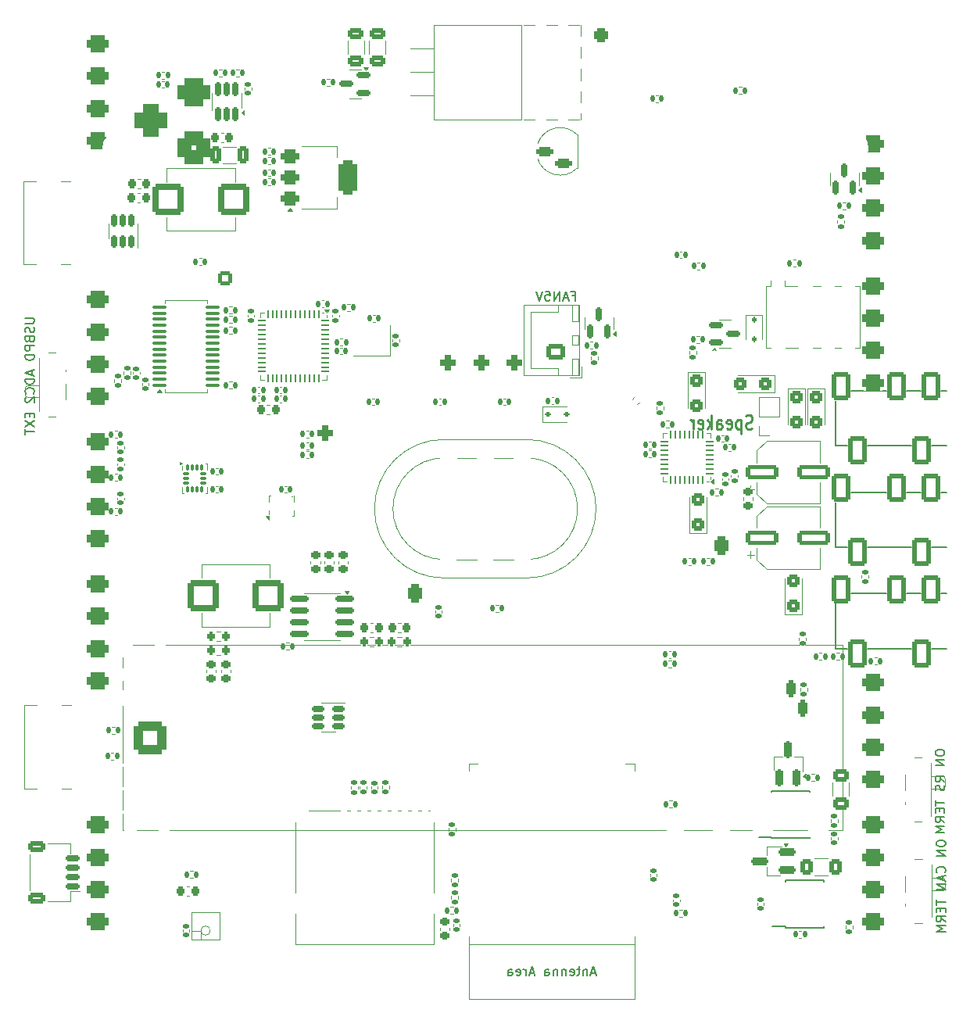
<source format=gbr>
%TF.GenerationSoftware,KiCad,Pcbnew,8.0.3*%
%TF.CreationDate,2024-07-08T16:54:39+02:00*%
%TF.ProjectId,labathome_pcb15,6c616261-7468-46f6-9d65-5f7063623135,rev?*%
%TF.SameCoordinates,Original*%
%TF.FileFunction,Legend,Bot*%
%TF.FilePolarity,Positive*%
%FSLAX46Y46*%
G04 Gerber Fmt 4.6, Leading zero omitted, Abs format (unit mm)*
G04 Created by KiCad (PCBNEW 8.0.3) date 2024-07-08 16:54:39*
%MOMM*%
%LPD*%
G01*
G04 APERTURE LIST*
G04 Aperture macros list*
%AMRoundRect*
0 Rectangle with rounded corners*
0 $1 Rounding radius*
0 $2 $3 $4 $5 $6 $7 $8 $9 X,Y pos of 4 corners*
0 Add a 4 corners polygon primitive as box body*
4,1,4,$2,$3,$4,$5,$6,$7,$8,$9,$2,$3,0*
0 Add four circle primitives for the rounded corners*
1,1,$1+$1,$2,$3*
1,1,$1+$1,$4,$5*
1,1,$1+$1,$6,$7*
1,1,$1+$1,$8,$9*
0 Add four rect primitives between the rounded corners*
20,1,$1+$1,$2,$3,$4,$5,0*
20,1,$1+$1,$4,$5,$6,$7,0*
20,1,$1+$1,$6,$7,$8,$9,0*
20,1,$1+$1,$8,$9,$2,$3,0*%
G04 Aperture macros list end*
%ADD10C,0.250000*%
%ADD11C,0.150000*%
%ADD12C,0.120000*%
%ADD13C,0.100000*%
%ADD14C,1.200000*%
%ADD15RoundRect,0.200000X0.200000X-0.750000X0.200000X0.750000X-0.200000X0.750000X-0.200000X-0.750000X0*%
%ADD16R,2.200000X0.600000*%
%ADD17R,1.800000X1.100000*%
%ADD18RoundRect,0.275000X-0.625000X0.275000X-0.625000X-0.275000X0.625000X-0.275000X0.625000X0.275000X0*%
%ADD19R,1.100000X1.800000*%
%ADD20RoundRect,0.275000X-0.275000X-0.625000X0.275000X-0.625000X0.275000X0.625000X-0.275000X0.625000X0*%
%ADD21RoundRect,0.140000X-0.140000X-0.170000X0.140000X-0.170000X0.140000X0.170000X-0.140000X0.170000X0*%
%ADD22R,1.700000X1.700000*%
%ADD23O,1.700000X1.700000*%
%ADD24O,1.800000X1.400000*%
%ADD25RoundRect,0.500000X0.350000X0.350000X-0.350000X0.350000X-0.350000X-0.350000X0.350000X-0.350000X0*%
%ADD26RoundRect,0.750000X-1.000000X0.750000X-1.000000X-0.750000X1.000000X-0.750000X1.000000X0.750000X0*%
%ADD27RoundRect,0.750000X-1.000000X1.000000X-1.000000X-1.000000X1.000000X-1.000000X1.000000X1.000000X0*%
%ADD28RoundRect,0.875000X-0.875000X0.875000X-0.875000X-0.875000X0.875000X-0.875000X0.875000X0.875000X0*%
%ADD29RoundRect,0.450000X-0.750000X0.450000X-0.750000X-0.450000X0.750000X-0.450000X0.750000X0.450000X0*%
%ADD30O,1.900000X3.200000*%
%ADD31C,1.500000*%
%ADD32RoundRect,0.450000X0.750000X-0.450000X0.750000X0.450000X-0.750000X0.450000X-0.750000X-0.450000X0*%
%ADD33RoundRect,0.400000X-0.400000X-0.400000X0.400000X-0.400000X0.400000X0.400000X-0.400000X0.400000X0*%
%ADD34O,1.800000X1.600000*%
%ADD35R,1.000000X1.000000*%
%ADD36O,1.000000X1.000000*%
%ADD37O,1.400000X1.800000*%
%ADD38O,1.600000X2.200000*%
%ADD39RoundRect,0.220589X0.529411X-0.529411X0.529411X0.529411X-0.529411X0.529411X-0.529411X-0.529411X0*%
%ADD40O,1.700000X1.500000*%
%ADD41O,1.500000X1.700000*%
%ADD42C,1.700000*%
%ADD43RoundRect,0.400000X-0.400000X-0.600000X0.400000X-0.600000X0.400000X0.600000X-0.400000X0.600000X0*%
%ADD44O,1.600000X2.000000*%
%ADD45R,1.350000X1.350000*%
%ADD46C,1.350000*%
%ADD47RoundRect,0.400000X-0.400000X0.600000X-0.400000X-0.600000X0.400000X-0.600000X0.400000X0.600000X0*%
%ADD48R,2.000000X3.200000*%
%ADD49C,3.400000*%
%ADD50R,1.600000X1.600000*%
%ADD51C,1.600000*%
%ADD52RoundRect,0.500000X-0.350000X-0.350000X0.350000X-0.350000X0.350000X0.350000X-0.350000X0.350000X0*%
%ADD53O,1.600000X1.200000*%
%ADD54RoundRect,0.135000X0.135000X0.185000X-0.135000X0.185000X-0.135000X-0.185000X0.135000X-0.185000X0*%
%ADD55RoundRect,0.150000X-0.587500X-0.150000X0.587500X-0.150000X0.587500X0.150000X-0.587500X0.150000X0*%
%ADD56RoundRect,0.140000X0.140000X0.170000X-0.140000X0.170000X-0.140000X-0.170000X0.140000X-0.170000X0*%
%ADD57RoundRect,0.250000X-1.500000X-0.550000X1.500000X-0.550000X1.500000X0.550000X-1.500000X0.550000X0*%
%ADD58RoundRect,0.200000X-0.200000X-0.275000X0.200000X-0.275000X0.200000X0.275000X-0.200000X0.275000X0*%
%ADD59O,3.500000X3.500000*%
%ADD60C,3.600000*%
%ADD61RoundRect,0.135000X-0.135000X-0.185000X0.135000X-0.185000X0.135000X0.185000X-0.135000X0.185000X0*%
%ADD62C,0.900000*%
%ADD63R,2.000000X0.700000*%
%ADD64R,0.800000X2.000000*%
%ADD65RoundRect,0.225000X0.225000X0.250000X-0.225000X0.250000X-0.225000X-0.250000X0.225000X-0.250000X0*%
%ADD66RoundRect,0.140000X-0.170000X0.140000X-0.170000X-0.140000X0.170000X-0.140000X0.170000X0.140000X0*%
%ADD67RoundRect,0.140000X0.170000X-0.140000X0.170000X0.140000X-0.170000X0.140000X-0.170000X-0.140000X0*%
%ADD68RoundRect,0.135000X-0.185000X0.135000X-0.185000X-0.135000X0.185000X-0.135000X0.185000X0.135000X0*%
%ADD69C,1.000000*%
%ADD70R,0.700000X1.600000*%
%ADD71R,1.200000X2.200000*%
%ADD72R,1.200000X1.500000*%
%ADD73R,1.600000X1.500000*%
%ADD74RoundRect,0.250000X-0.425000X0.450000X-0.425000X-0.450000X0.425000X-0.450000X0.425000X0.450000X0*%
%ADD75RoundRect,0.335000X-1.340000X-1.365000X1.340000X-1.365000X1.340000X1.365000X-1.340000X1.365000X0*%
%ADD76RoundRect,0.225000X-0.250000X0.225000X-0.250000X-0.225000X0.250000X-0.225000X0.250000X0.225000X0*%
%ADD77RoundRect,0.225000X-0.225000X-0.250000X0.225000X-0.250000X0.225000X0.250000X-0.225000X0.250000X0*%
%ADD78C,2.000000*%
%ADD79RoundRect,0.112500X-0.187500X-0.112500X0.187500X-0.112500X0.187500X0.112500X-0.187500X0.112500X0*%
%ADD80RoundRect,0.250000X0.750000X-1.250000X0.750000X1.250000X-0.750000X1.250000X-0.750000X-1.250000X0*%
%ADD81RoundRect,0.150000X0.512500X0.150000X-0.512500X0.150000X-0.512500X-0.150000X0.512500X-0.150000X0*%
%ADD82RoundRect,0.112500X-0.112500X0.187500X-0.112500X-0.187500X0.112500X-0.187500X0.112500X0.187500X0*%
%ADD83O,1.350000X1.350000*%
%ADD84RoundRect,0.250000X0.325000X0.650000X-0.325000X0.650000X-0.325000X-0.650000X0.325000X-0.650000X0*%
%ADD85C,0.650000*%
%ADD86R,1.450000X0.600000*%
%ADD87R,1.450000X0.300000*%
%ADD88O,2.500000X2.000000*%
%ADD89O,3.500000X2.000000*%
%ADD90RoundRect,0.062500X0.062500X-0.337500X0.062500X0.337500X-0.062500X0.337500X-0.062500X-0.337500X0*%
%ADD91RoundRect,0.062500X0.337500X-0.062500X0.337500X0.062500X-0.337500X0.062500X-0.337500X-0.062500X0*%
%ADD92R,3.600000X3.600000*%
%ADD93RoundRect,0.218750X-0.256250X0.218750X-0.256250X-0.218750X0.256250X-0.218750X0.256250X0.218750X0*%
%ADD94RoundRect,0.250000X0.425000X-0.450000X0.425000X0.450000X-0.425000X0.450000X-0.425000X-0.450000X0*%
%ADD95RoundRect,0.200000X0.750000X0.200000X-0.750000X0.200000X-0.750000X-0.200000X0.750000X-0.200000X0*%
%ADD96RoundRect,0.250000X0.450000X0.425000X-0.450000X0.425000X-0.450000X-0.425000X0.450000X-0.425000X0*%
%ADD97RoundRect,0.250000X0.625000X-0.312500X0.625000X0.312500X-0.625000X0.312500X-0.625000X-0.312500X0*%
%ADD98RoundRect,0.162500X0.162500X-0.617500X0.162500X0.617500X-0.162500X0.617500X-0.162500X-0.617500X0*%
%ADD99R,0.800000X0.500000*%
%ADD100RoundRect,0.062500X0.375000X0.062500X-0.375000X0.062500X-0.375000X-0.062500X0.375000X-0.062500X0*%
%ADD101RoundRect,0.062500X0.062500X0.375000X-0.062500X0.375000X-0.062500X-0.375000X0.062500X-0.375000X0*%
%ADD102R,5.600000X5.600000*%
%ADD103RoundRect,0.150000X0.625000X-0.150000X0.625000X0.150000X-0.625000X0.150000X-0.625000X-0.150000X0*%
%ADD104RoundRect,0.250000X0.650000X-0.350000X0.650000X0.350000X-0.650000X0.350000X-0.650000X-0.350000X0*%
%ADD105RoundRect,0.087500X-0.087500X0.225000X-0.087500X-0.225000X0.087500X-0.225000X0.087500X0.225000X0*%
%ADD106RoundRect,0.087500X-0.225000X0.087500X-0.225000X-0.087500X0.225000X-0.087500X0.225000X0.087500X0*%
%ADD107R,1.500000X0.900000*%
%ADD108R,0.900000X1.500000*%
%ADD109R,0.900000X0.900000*%
%ADD110R,1.400000X1.200000*%
%ADD111RoundRect,0.335000X1.340000X1.365000X-1.340000X1.365000X-1.340000X-1.365000X1.340000X-1.365000X0*%
%ADD112R,2.000000X1.905000*%
%ADD113O,2.000000X1.905000*%
%ADD114RoundRect,0.250000X0.750000X-0.600000X0.750000X0.600000X-0.750000X0.600000X-0.750000X-0.600000X0*%
%ADD115O,2.000000X1.700000*%
%ADD116C,3.200000*%
%ADD117RoundRect,0.500000X-1.250000X-1.250000X1.250000X-1.250000X1.250000X1.250000X-1.250000X1.250000X0*%
%ADD118C,3.500000*%
%ADD119RoundRect,0.150000X0.150000X-0.587500X0.150000X0.587500X-0.150000X0.587500X-0.150000X-0.587500X0*%
%ADD120RoundRect,0.375000X-0.625000X-0.375000X0.625000X-0.375000X0.625000X0.375000X-0.625000X0.375000X0*%
%ADD121RoundRect,0.500000X-0.500000X-1.400000X0.500000X-1.400000X0.500000X1.400000X-0.500000X1.400000X0*%
%ADD122RoundRect,0.135000X0.185000X-0.135000X0.185000X0.135000X-0.185000X0.135000X-0.185000X-0.135000X0*%
%ADD123R,0.350000X0.500000*%
%ADD124R,0.800000X1.800000*%
%ADD125RoundRect,0.100000X-0.637500X-0.100000X0.637500X-0.100000X0.637500X0.100000X-0.637500X0.100000X0*%
%ADD126R,2.850000X5.400000*%
%ADD127RoundRect,0.250000X0.625000X-0.400000X0.625000X0.400000X-0.625000X0.400000X-0.625000X-0.400000X0*%
%ADD128RoundRect,0.150000X0.587500X0.150000X-0.587500X0.150000X-0.587500X-0.150000X0.587500X-0.150000X0*%
%ADD129RoundRect,0.150000X0.150000X-0.512500X0.150000X0.512500X-0.150000X0.512500X-0.150000X-0.512500X0*%
%ADD130RoundRect,0.135000X-0.035355X0.226274X-0.226274X0.035355X0.035355X-0.226274X0.226274X-0.035355X0*%
%ADD131RoundRect,0.150000X0.825000X0.150000X-0.825000X0.150000X-0.825000X-0.150000X0.825000X-0.150000X0*%
%ADD132R,2.300000X2.300000*%
%ADD133RoundRect,0.250000X0.400000X0.625000X-0.400000X0.625000X-0.400000X-0.625000X0.400000X-0.625000X0*%
%ADD134RoundRect,0.218750X0.218750X0.256250X-0.218750X0.256250X-0.218750X-0.256250X0.218750X-0.256250X0*%
G04 APERTURE END LIST*
D10*
X178906955Y-94109500D02*
X178735527Y-94180928D01*
X178735527Y-94180928D02*
X178449812Y-94180928D01*
X178449812Y-94180928D02*
X178335527Y-94109500D01*
X178335527Y-94109500D02*
X178278384Y-94038071D01*
X178278384Y-94038071D02*
X178221241Y-93895214D01*
X178221241Y-93895214D02*
X178221241Y-93752357D01*
X178221241Y-93752357D02*
X178278384Y-93609500D01*
X178278384Y-93609500D02*
X178335527Y-93538071D01*
X178335527Y-93538071D02*
X178449812Y-93466642D01*
X178449812Y-93466642D02*
X178678384Y-93395214D01*
X178678384Y-93395214D02*
X178792669Y-93323785D01*
X178792669Y-93323785D02*
X178849812Y-93252357D01*
X178849812Y-93252357D02*
X178906955Y-93109500D01*
X178906955Y-93109500D02*
X178906955Y-92966642D01*
X178906955Y-92966642D02*
X178849812Y-92823785D01*
X178849812Y-92823785D02*
X178792669Y-92752357D01*
X178792669Y-92752357D02*
X178678384Y-92680928D01*
X178678384Y-92680928D02*
X178392669Y-92680928D01*
X178392669Y-92680928D02*
X178221241Y-92752357D01*
X177706955Y-93180928D02*
X177706955Y-94680928D01*
X177706955Y-93252357D02*
X177592670Y-93180928D01*
X177592670Y-93180928D02*
X177364098Y-93180928D01*
X177364098Y-93180928D02*
X177249812Y-93252357D01*
X177249812Y-93252357D02*
X177192670Y-93323785D01*
X177192670Y-93323785D02*
X177135527Y-93466642D01*
X177135527Y-93466642D02*
X177135527Y-93895214D01*
X177135527Y-93895214D02*
X177192670Y-94038071D01*
X177192670Y-94038071D02*
X177249812Y-94109500D01*
X177249812Y-94109500D02*
X177364098Y-94180928D01*
X177364098Y-94180928D02*
X177592670Y-94180928D01*
X177592670Y-94180928D02*
X177706955Y-94109500D01*
X176164098Y-94109500D02*
X176278384Y-94180928D01*
X176278384Y-94180928D02*
X176506956Y-94180928D01*
X176506956Y-94180928D02*
X176621241Y-94109500D01*
X176621241Y-94109500D02*
X176678384Y-93966642D01*
X176678384Y-93966642D02*
X176678384Y-93395214D01*
X176678384Y-93395214D02*
X176621241Y-93252357D01*
X176621241Y-93252357D02*
X176506956Y-93180928D01*
X176506956Y-93180928D02*
X176278384Y-93180928D01*
X176278384Y-93180928D02*
X176164098Y-93252357D01*
X176164098Y-93252357D02*
X176106956Y-93395214D01*
X176106956Y-93395214D02*
X176106956Y-93538071D01*
X176106956Y-93538071D02*
X176678384Y-93680928D01*
X175078385Y-94180928D02*
X175078385Y-93395214D01*
X175078385Y-93395214D02*
X175135527Y-93252357D01*
X175135527Y-93252357D02*
X175249813Y-93180928D01*
X175249813Y-93180928D02*
X175478385Y-93180928D01*
X175478385Y-93180928D02*
X175592670Y-93252357D01*
X175078385Y-94109500D02*
X175192670Y-94180928D01*
X175192670Y-94180928D02*
X175478385Y-94180928D01*
X175478385Y-94180928D02*
X175592670Y-94109500D01*
X175592670Y-94109500D02*
X175649813Y-93966642D01*
X175649813Y-93966642D02*
X175649813Y-93823785D01*
X175649813Y-93823785D02*
X175592670Y-93680928D01*
X175592670Y-93680928D02*
X175478385Y-93609500D01*
X175478385Y-93609500D02*
X175192670Y-93609500D01*
X175192670Y-93609500D02*
X175078385Y-93538071D01*
X174506956Y-94180928D02*
X174506956Y-92680928D01*
X174392671Y-93609500D02*
X174049813Y-94180928D01*
X174049813Y-93180928D02*
X174506956Y-93752357D01*
X173078384Y-94109500D02*
X173192670Y-94180928D01*
X173192670Y-94180928D02*
X173421242Y-94180928D01*
X173421242Y-94180928D02*
X173535527Y-94109500D01*
X173535527Y-94109500D02*
X173592670Y-93966642D01*
X173592670Y-93966642D02*
X173592670Y-93395214D01*
X173592670Y-93395214D02*
X173535527Y-93252357D01*
X173535527Y-93252357D02*
X173421242Y-93180928D01*
X173421242Y-93180928D02*
X173192670Y-93180928D01*
X173192670Y-93180928D02*
X173078384Y-93252357D01*
X173078384Y-93252357D02*
X173021242Y-93395214D01*
X173021242Y-93395214D02*
X173021242Y-93538071D01*
X173021242Y-93538071D02*
X173592670Y-93680928D01*
X172506956Y-94180928D02*
X172506956Y-93180928D01*
X172506956Y-93466642D02*
X172449813Y-93323785D01*
X172449813Y-93323785D02*
X172392671Y-93252357D01*
X172392671Y-93252357D02*
X172278385Y-93180928D01*
X172278385Y-93180928D02*
X172164099Y-93180928D01*
D11*
X198854819Y-138961904D02*
X198854819Y-139152380D01*
X198854819Y-139152380D02*
X198902438Y-139247618D01*
X198902438Y-139247618D02*
X198997676Y-139342856D01*
X198997676Y-139342856D02*
X199188152Y-139390475D01*
X199188152Y-139390475D02*
X199521485Y-139390475D01*
X199521485Y-139390475D02*
X199711961Y-139342856D01*
X199711961Y-139342856D02*
X199807200Y-139247618D01*
X199807200Y-139247618D02*
X199854819Y-139152380D01*
X199854819Y-139152380D02*
X199854819Y-138961904D01*
X199854819Y-138961904D02*
X199807200Y-138866666D01*
X199807200Y-138866666D02*
X199711961Y-138771428D01*
X199711961Y-138771428D02*
X199521485Y-138723809D01*
X199521485Y-138723809D02*
X199188152Y-138723809D01*
X199188152Y-138723809D02*
X198997676Y-138771428D01*
X198997676Y-138771428D02*
X198902438Y-138866666D01*
X198902438Y-138866666D02*
X198854819Y-138961904D01*
X199854819Y-139819047D02*
X198854819Y-139819047D01*
X198854819Y-139819047D02*
X199854819Y-140390475D01*
X199854819Y-140390475D02*
X198854819Y-140390475D01*
X199759580Y-142199999D02*
X199807200Y-142152380D01*
X199807200Y-142152380D02*
X199854819Y-142009523D01*
X199854819Y-142009523D02*
X199854819Y-141914285D01*
X199854819Y-141914285D02*
X199807200Y-141771428D01*
X199807200Y-141771428D02*
X199711961Y-141676190D01*
X199711961Y-141676190D02*
X199616723Y-141628571D01*
X199616723Y-141628571D02*
X199426247Y-141580952D01*
X199426247Y-141580952D02*
X199283390Y-141580952D01*
X199283390Y-141580952D02*
X199092914Y-141628571D01*
X199092914Y-141628571D02*
X198997676Y-141676190D01*
X198997676Y-141676190D02*
X198902438Y-141771428D01*
X198902438Y-141771428D02*
X198854819Y-141914285D01*
X198854819Y-141914285D02*
X198854819Y-142009523D01*
X198854819Y-142009523D02*
X198902438Y-142152380D01*
X198902438Y-142152380D02*
X198950057Y-142199999D01*
X199569104Y-142580952D02*
X199569104Y-143057142D01*
X199854819Y-142485714D02*
X198854819Y-142819047D01*
X198854819Y-142819047D02*
X199854819Y-143152380D01*
X199854819Y-143485714D02*
X198854819Y-143485714D01*
X198854819Y-143485714D02*
X199854819Y-144057142D01*
X199854819Y-144057142D02*
X198854819Y-144057142D01*
X198854819Y-145152381D02*
X198854819Y-145723809D01*
X199854819Y-145438095D02*
X198854819Y-145438095D01*
X199331009Y-146057143D02*
X199331009Y-146390476D01*
X199854819Y-146533333D02*
X199854819Y-146057143D01*
X199854819Y-146057143D02*
X198854819Y-146057143D01*
X198854819Y-146057143D02*
X198854819Y-146533333D01*
X199854819Y-147533333D02*
X199378628Y-147200000D01*
X199854819Y-146961905D02*
X198854819Y-146961905D01*
X198854819Y-146961905D02*
X198854819Y-147342857D01*
X198854819Y-147342857D02*
X198902438Y-147438095D01*
X198902438Y-147438095D02*
X198950057Y-147485714D01*
X198950057Y-147485714D02*
X199045295Y-147533333D01*
X199045295Y-147533333D02*
X199188152Y-147533333D01*
X199188152Y-147533333D02*
X199283390Y-147485714D01*
X199283390Y-147485714D02*
X199331009Y-147438095D01*
X199331009Y-147438095D02*
X199378628Y-147342857D01*
X199378628Y-147342857D02*
X199378628Y-146961905D01*
X199854819Y-147961905D02*
X198854819Y-147961905D01*
X198854819Y-147961905D02*
X199569104Y-148295238D01*
X199569104Y-148295238D02*
X198854819Y-148628571D01*
X198854819Y-148628571D02*
X199854819Y-148628571D01*
X198754819Y-129138095D02*
X198754819Y-129328571D01*
X198754819Y-129328571D02*
X198802438Y-129423809D01*
X198802438Y-129423809D02*
X198897676Y-129519047D01*
X198897676Y-129519047D02*
X199088152Y-129566666D01*
X199088152Y-129566666D02*
X199421485Y-129566666D01*
X199421485Y-129566666D02*
X199611961Y-129519047D01*
X199611961Y-129519047D02*
X199707200Y-129423809D01*
X199707200Y-129423809D02*
X199754819Y-129328571D01*
X199754819Y-129328571D02*
X199754819Y-129138095D01*
X199754819Y-129138095D02*
X199707200Y-129042857D01*
X199707200Y-129042857D02*
X199611961Y-128947619D01*
X199611961Y-128947619D02*
X199421485Y-128900000D01*
X199421485Y-128900000D02*
X199088152Y-128900000D01*
X199088152Y-128900000D02*
X198897676Y-128947619D01*
X198897676Y-128947619D02*
X198802438Y-129042857D01*
X198802438Y-129042857D02*
X198754819Y-129138095D01*
X199754819Y-129995238D02*
X198754819Y-129995238D01*
X198754819Y-129995238D02*
X199754819Y-130566666D01*
X199754819Y-130566666D02*
X198754819Y-130566666D01*
X199754819Y-132376190D02*
X199278628Y-132042857D01*
X199754819Y-131804762D02*
X198754819Y-131804762D01*
X198754819Y-131804762D02*
X198754819Y-132185714D01*
X198754819Y-132185714D02*
X198802438Y-132280952D01*
X198802438Y-132280952D02*
X198850057Y-132328571D01*
X198850057Y-132328571D02*
X198945295Y-132376190D01*
X198945295Y-132376190D02*
X199088152Y-132376190D01*
X199088152Y-132376190D02*
X199183390Y-132328571D01*
X199183390Y-132328571D02*
X199231009Y-132280952D01*
X199231009Y-132280952D02*
X199278628Y-132185714D01*
X199278628Y-132185714D02*
X199278628Y-131804762D01*
X199707200Y-132757143D02*
X199754819Y-132900000D01*
X199754819Y-132900000D02*
X199754819Y-133138095D01*
X199754819Y-133138095D02*
X199707200Y-133233333D01*
X199707200Y-133233333D02*
X199659580Y-133280952D01*
X199659580Y-133280952D02*
X199564342Y-133328571D01*
X199564342Y-133328571D02*
X199469104Y-133328571D01*
X199469104Y-133328571D02*
X199373866Y-133280952D01*
X199373866Y-133280952D02*
X199326247Y-133233333D01*
X199326247Y-133233333D02*
X199278628Y-133138095D01*
X199278628Y-133138095D02*
X199231009Y-132947619D01*
X199231009Y-132947619D02*
X199183390Y-132852381D01*
X199183390Y-132852381D02*
X199135771Y-132804762D01*
X199135771Y-132804762D02*
X199040533Y-132757143D01*
X199040533Y-132757143D02*
X198945295Y-132757143D01*
X198945295Y-132757143D02*
X198850057Y-132804762D01*
X198850057Y-132804762D02*
X198802438Y-132852381D01*
X198802438Y-132852381D02*
X198754819Y-132947619D01*
X198754819Y-132947619D02*
X198754819Y-133185714D01*
X198754819Y-133185714D02*
X198802438Y-133328571D01*
X198754819Y-134376191D02*
X198754819Y-134947619D01*
X199754819Y-134661905D02*
X198754819Y-134661905D01*
X199231009Y-135280953D02*
X199231009Y-135614286D01*
X199754819Y-135757143D02*
X199754819Y-135280953D01*
X199754819Y-135280953D02*
X198754819Y-135280953D01*
X198754819Y-135280953D02*
X198754819Y-135757143D01*
X199754819Y-136757143D02*
X199278628Y-136423810D01*
X199754819Y-136185715D02*
X198754819Y-136185715D01*
X198754819Y-136185715D02*
X198754819Y-136566667D01*
X198754819Y-136566667D02*
X198802438Y-136661905D01*
X198802438Y-136661905D02*
X198850057Y-136709524D01*
X198850057Y-136709524D02*
X198945295Y-136757143D01*
X198945295Y-136757143D02*
X199088152Y-136757143D01*
X199088152Y-136757143D02*
X199183390Y-136709524D01*
X199183390Y-136709524D02*
X199231009Y-136661905D01*
X199231009Y-136661905D02*
X199278628Y-136566667D01*
X199278628Y-136566667D02*
X199278628Y-136185715D01*
X199754819Y-137185715D02*
X198754819Y-137185715D01*
X198754819Y-137185715D02*
X199469104Y-137519048D01*
X199469104Y-137519048D02*
X198754819Y-137852381D01*
X198754819Y-137852381D02*
X199754819Y-137852381D01*
X100154819Y-82142857D02*
X100964342Y-82142857D01*
X100964342Y-82142857D02*
X101059580Y-82190476D01*
X101059580Y-82190476D02*
X101107200Y-82238095D01*
X101107200Y-82238095D02*
X101154819Y-82333333D01*
X101154819Y-82333333D02*
X101154819Y-82523809D01*
X101154819Y-82523809D02*
X101107200Y-82619047D01*
X101107200Y-82619047D02*
X101059580Y-82666666D01*
X101059580Y-82666666D02*
X100964342Y-82714285D01*
X100964342Y-82714285D02*
X100154819Y-82714285D01*
X101107200Y-83142857D02*
X101154819Y-83285714D01*
X101154819Y-83285714D02*
X101154819Y-83523809D01*
X101154819Y-83523809D02*
X101107200Y-83619047D01*
X101107200Y-83619047D02*
X101059580Y-83666666D01*
X101059580Y-83666666D02*
X100964342Y-83714285D01*
X100964342Y-83714285D02*
X100869104Y-83714285D01*
X100869104Y-83714285D02*
X100773866Y-83666666D01*
X100773866Y-83666666D02*
X100726247Y-83619047D01*
X100726247Y-83619047D02*
X100678628Y-83523809D01*
X100678628Y-83523809D02*
X100631009Y-83333333D01*
X100631009Y-83333333D02*
X100583390Y-83238095D01*
X100583390Y-83238095D02*
X100535771Y-83190476D01*
X100535771Y-83190476D02*
X100440533Y-83142857D01*
X100440533Y-83142857D02*
X100345295Y-83142857D01*
X100345295Y-83142857D02*
X100250057Y-83190476D01*
X100250057Y-83190476D02*
X100202438Y-83238095D01*
X100202438Y-83238095D02*
X100154819Y-83333333D01*
X100154819Y-83333333D02*
X100154819Y-83571428D01*
X100154819Y-83571428D02*
X100202438Y-83714285D01*
X100631009Y-84476190D02*
X100678628Y-84619047D01*
X100678628Y-84619047D02*
X100726247Y-84666666D01*
X100726247Y-84666666D02*
X100821485Y-84714285D01*
X100821485Y-84714285D02*
X100964342Y-84714285D01*
X100964342Y-84714285D02*
X101059580Y-84666666D01*
X101059580Y-84666666D02*
X101107200Y-84619047D01*
X101107200Y-84619047D02*
X101154819Y-84523809D01*
X101154819Y-84523809D02*
X101154819Y-84142857D01*
X101154819Y-84142857D02*
X100154819Y-84142857D01*
X100154819Y-84142857D02*
X100154819Y-84476190D01*
X100154819Y-84476190D02*
X100202438Y-84571428D01*
X100202438Y-84571428D02*
X100250057Y-84619047D01*
X100250057Y-84619047D02*
X100345295Y-84666666D01*
X100345295Y-84666666D02*
X100440533Y-84666666D01*
X100440533Y-84666666D02*
X100535771Y-84619047D01*
X100535771Y-84619047D02*
X100583390Y-84571428D01*
X100583390Y-84571428D02*
X100631009Y-84476190D01*
X100631009Y-84476190D02*
X100631009Y-84142857D01*
X101154819Y-85142857D02*
X100154819Y-85142857D01*
X100154819Y-85142857D02*
X100154819Y-85523809D01*
X100154819Y-85523809D02*
X100202438Y-85619047D01*
X100202438Y-85619047D02*
X100250057Y-85666666D01*
X100250057Y-85666666D02*
X100345295Y-85714285D01*
X100345295Y-85714285D02*
X100488152Y-85714285D01*
X100488152Y-85714285D02*
X100583390Y-85666666D01*
X100583390Y-85666666D02*
X100631009Y-85619047D01*
X100631009Y-85619047D02*
X100678628Y-85523809D01*
X100678628Y-85523809D02*
X100678628Y-85142857D01*
X101154819Y-86142857D02*
X100154819Y-86142857D01*
X100154819Y-86142857D02*
X100154819Y-86380952D01*
X100154819Y-86380952D02*
X100202438Y-86523809D01*
X100202438Y-86523809D02*
X100297676Y-86619047D01*
X100297676Y-86619047D02*
X100392914Y-86666666D01*
X100392914Y-86666666D02*
X100583390Y-86714285D01*
X100583390Y-86714285D02*
X100726247Y-86714285D01*
X100726247Y-86714285D02*
X100916723Y-86666666D01*
X100916723Y-86666666D02*
X101011961Y-86619047D01*
X101011961Y-86619047D02*
X101107200Y-86523809D01*
X101107200Y-86523809D02*
X101154819Y-86380952D01*
X101154819Y-86380952D02*
X101154819Y-86142857D01*
X100869104Y-87857143D02*
X100869104Y-88333333D01*
X101154819Y-87761905D02*
X100154819Y-88095238D01*
X100154819Y-88095238D02*
X101154819Y-88428571D01*
X101154819Y-88761905D02*
X100154819Y-88761905D01*
X100154819Y-88761905D02*
X100154819Y-89000000D01*
X100154819Y-89000000D02*
X100202438Y-89142857D01*
X100202438Y-89142857D02*
X100297676Y-89238095D01*
X100297676Y-89238095D02*
X100392914Y-89285714D01*
X100392914Y-89285714D02*
X100583390Y-89333333D01*
X100583390Y-89333333D02*
X100726247Y-89333333D01*
X100726247Y-89333333D02*
X100916723Y-89285714D01*
X100916723Y-89285714D02*
X101011961Y-89238095D01*
X101011961Y-89238095D02*
X101107200Y-89142857D01*
X101107200Y-89142857D02*
X101154819Y-89000000D01*
X101154819Y-89000000D02*
X101154819Y-88761905D01*
X101059580Y-90333333D02*
X101107200Y-90285714D01*
X101107200Y-90285714D02*
X101154819Y-90142857D01*
X101154819Y-90142857D02*
X101154819Y-90047619D01*
X101154819Y-90047619D02*
X101107200Y-89904762D01*
X101107200Y-89904762D02*
X101011961Y-89809524D01*
X101011961Y-89809524D02*
X100916723Y-89761905D01*
X100916723Y-89761905D02*
X100726247Y-89714286D01*
X100726247Y-89714286D02*
X100583390Y-89714286D01*
X100583390Y-89714286D02*
X100392914Y-89761905D01*
X100392914Y-89761905D02*
X100297676Y-89809524D01*
X100297676Y-89809524D02*
X100202438Y-89904762D01*
X100202438Y-89904762D02*
X100154819Y-90047619D01*
X100154819Y-90047619D02*
X100154819Y-90142857D01*
X100154819Y-90142857D02*
X100202438Y-90285714D01*
X100202438Y-90285714D02*
X100250057Y-90333333D01*
X100250057Y-90714286D02*
X100202438Y-90761905D01*
X100202438Y-90761905D02*
X100154819Y-90857143D01*
X100154819Y-90857143D02*
X100154819Y-91095238D01*
X100154819Y-91095238D02*
X100202438Y-91190476D01*
X100202438Y-91190476D02*
X100250057Y-91238095D01*
X100250057Y-91238095D02*
X100345295Y-91285714D01*
X100345295Y-91285714D02*
X100440533Y-91285714D01*
X100440533Y-91285714D02*
X100583390Y-91238095D01*
X100583390Y-91238095D02*
X101154819Y-90666667D01*
X101154819Y-90666667D02*
X101154819Y-91285714D01*
X100631009Y-92476191D02*
X100631009Y-92809524D01*
X101154819Y-92952381D02*
X101154819Y-92476191D01*
X101154819Y-92476191D02*
X100154819Y-92476191D01*
X100154819Y-92476191D02*
X100154819Y-92952381D01*
X100154819Y-93285715D02*
X101154819Y-93952381D01*
X100154819Y-93952381D02*
X101154819Y-93285715D01*
X100154819Y-94190477D02*
X100154819Y-94761905D01*
X101154819Y-94476191D02*
X100154819Y-94476191D01*
X161961905Y-153079104D02*
X161485715Y-153079104D01*
X162057143Y-153364819D02*
X161723810Y-152364819D01*
X161723810Y-152364819D02*
X161390477Y-153364819D01*
X161057143Y-152698152D02*
X161057143Y-153364819D01*
X161057143Y-152793390D02*
X161009524Y-152745771D01*
X161009524Y-152745771D02*
X160914286Y-152698152D01*
X160914286Y-152698152D02*
X160771429Y-152698152D01*
X160771429Y-152698152D02*
X160676191Y-152745771D01*
X160676191Y-152745771D02*
X160628572Y-152841009D01*
X160628572Y-152841009D02*
X160628572Y-153364819D01*
X160295238Y-152698152D02*
X159914286Y-152698152D01*
X160152381Y-152364819D02*
X160152381Y-153221961D01*
X160152381Y-153221961D02*
X160104762Y-153317200D01*
X160104762Y-153317200D02*
X160009524Y-153364819D01*
X160009524Y-153364819D02*
X159914286Y-153364819D01*
X159200000Y-153317200D02*
X159295238Y-153364819D01*
X159295238Y-153364819D02*
X159485714Y-153364819D01*
X159485714Y-153364819D02*
X159580952Y-153317200D01*
X159580952Y-153317200D02*
X159628571Y-153221961D01*
X159628571Y-153221961D02*
X159628571Y-152841009D01*
X159628571Y-152841009D02*
X159580952Y-152745771D01*
X159580952Y-152745771D02*
X159485714Y-152698152D01*
X159485714Y-152698152D02*
X159295238Y-152698152D01*
X159295238Y-152698152D02*
X159200000Y-152745771D01*
X159200000Y-152745771D02*
X159152381Y-152841009D01*
X159152381Y-152841009D02*
X159152381Y-152936247D01*
X159152381Y-152936247D02*
X159628571Y-153031485D01*
X158723809Y-152698152D02*
X158723809Y-153364819D01*
X158723809Y-152793390D02*
X158676190Y-152745771D01*
X158676190Y-152745771D02*
X158580952Y-152698152D01*
X158580952Y-152698152D02*
X158438095Y-152698152D01*
X158438095Y-152698152D02*
X158342857Y-152745771D01*
X158342857Y-152745771D02*
X158295238Y-152841009D01*
X158295238Y-152841009D02*
X158295238Y-153364819D01*
X157819047Y-152698152D02*
X157819047Y-153364819D01*
X157819047Y-152793390D02*
X157771428Y-152745771D01*
X157771428Y-152745771D02*
X157676190Y-152698152D01*
X157676190Y-152698152D02*
X157533333Y-152698152D01*
X157533333Y-152698152D02*
X157438095Y-152745771D01*
X157438095Y-152745771D02*
X157390476Y-152841009D01*
X157390476Y-152841009D02*
X157390476Y-153364819D01*
X156485714Y-153364819D02*
X156485714Y-152841009D01*
X156485714Y-152841009D02*
X156533333Y-152745771D01*
X156533333Y-152745771D02*
X156628571Y-152698152D01*
X156628571Y-152698152D02*
X156819047Y-152698152D01*
X156819047Y-152698152D02*
X156914285Y-152745771D01*
X156485714Y-153317200D02*
X156580952Y-153364819D01*
X156580952Y-153364819D02*
X156819047Y-153364819D01*
X156819047Y-153364819D02*
X156914285Y-153317200D01*
X156914285Y-153317200D02*
X156961904Y-153221961D01*
X156961904Y-153221961D02*
X156961904Y-153126723D01*
X156961904Y-153126723D02*
X156914285Y-153031485D01*
X156914285Y-153031485D02*
X156819047Y-152983866D01*
X156819047Y-152983866D02*
X156580952Y-152983866D01*
X156580952Y-152983866D02*
X156485714Y-152936247D01*
X155295237Y-153079104D02*
X154819047Y-153079104D01*
X155390475Y-153364819D02*
X155057142Y-152364819D01*
X155057142Y-152364819D02*
X154723809Y-153364819D01*
X154390475Y-153364819D02*
X154390475Y-152698152D01*
X154390475Y-152888628D02*
X154342856Y-152793390D01*
X154342856Y-152793390D02*
X154295237Y-152745771D01*
X154295237Y-152745771D02*
X154199999Y-152698152D01*
X154199999Y-152698152D02*
X154104761Y-152698152D01*
X153390475Y-153317200D02*
X153485713Y-153364819D01*
X153485713Y-153364819D02*
X153676189Y-153364819D01*
X153676189Y-153364819D02*
X153771427Y-153317200D01*
X153771427Y-153317200D02*
X153819046Y-153221961D01*
X153819046Y-153221961D02*
X153819046Y-152841009D01*
X153819046Y-152841009D02*
X153771427Y-152745771D01*
X153771427Y-152745771D02*
X153676189Y-152698152D01*
X153676189Y-152698152D02*
X153485713Y-152698152D01*
X153485713Y-152698152D02*
X153390475Y-152745771D01*
X153390475Y-152745771D02*
X153342856Y-152841009D01*
X153342856Y-152841009D02*
X153342856Y-152936247D01*
X153342856Y-152936247D02*
X153819046Y-153031485D01*
X152485713Y-153364819D02*
X152485713Y-152841009D01*
X152485713Y-152841009D02*
X152533332Y-152745771D01*
X152533332Y-152745771D02*
X152628570Y-152698152D01*
X152628570Y-152698152D02*
X152819046Y-152698152D01*
X152819046Y-152698152D02*
X152914284Y-152745771D01*
X152485713Y-153317200D02*
X152580951Y-153364819D01*
X152580951Y-153364819D02*
X152819046Y-153364819D01*
X152819046Y-153364819D02*
X152914284Y-153317200D01*
X152914284Y-153317200D02*
X152961903Y-153221961D01*
X152961903Y-153221961D02*
X152961903Y-153126723D01*
X152961903Y-153126723D02*
X152914284Y-153031485D01*
X152914284Y-153031485D02*
X152819046Y-152983866D01*
X152819046Y-152983866D02*
X152580951Y-152983866D01*
X152580951Y-152983866D02*
X152485713Y-152936247D01*
X159414285Y-79731009D02*
X159747618Y-79731009D01*
X159747618Y-80254819D02*
X159747618Y-79254819D01*
X159747618Y-79254819D02*
X159271428Y-79254819D01*
X158938094Y-79969104D02*
X158461904Y-79969104D01*
X159033332Y-80254819D02*
X158699999Y-79254819D01*
X158699999Y-79254819D02*
X158366666Y-80254819D01*
X158033332Y-80254819D02*
X158033332Y-79254819D01*
X158033332Y-79254819D02*
X157461904Y-80254819D01*
X157461904Y-80254819D02*
X157461904Y-79254819D01*
X156509523Y-79254819D02*
X156985713Y-79254819D01*
X156985713Y-79254819D02*
X157033332Y-79731009D01*
X157033332Y-79731009D02*
X156985713Y-79683390D01*
X156985713Y-79683390D02*
X156890475Y-79635771D01*
X156890475Y-79635771D02*
X156652380Y-79635771D01*
X156652380Y-79635771D02*
X156557142Y-79683390D01*
X156557142Y-79683390D02*
X156509523Y-79731009D01*
X156509523Y-79731009D02*
X156461904Y-79826247D01*
X156461904Y-79826247D02*
X156461904Y-80064342D01*
X156461904Y-80064342D02*
X156509523Y-80159580D01*
X156509523Y-80159580D02*
X156557142Y-80207200D01*
X156557142Y-80207200D02*
X156652380Y-80254819D01*
X156652380Y-80254819D02*
X156890475Y-80254819D01*
X156890475Y-80254819D02*
X156985713Y-80207200D01*
X156985713Y-80207200D02*
X157033332Y-80159580D01*
X156176189Y-79254819D02*
X155842856Y-80254819D01*
X155842856Y-80254819D02*
X155509523Y-79254819D01*
D12*
%TO.C,D2*%
X184380000Y-131240000D02*
X184380000Y-130440000D01*
X184380000Y-129640000D02*
X184380000Y-130440000D01*
X183450000Y-129640000D02*
X184380000Y-129640000D01*
X181220000Y-131100000D02*
X181220000Y-129640000D01*
X182150000Y-129640000D02*
X181220000Y-129640000D01*
X184740000Y-131980000D02*
X184410000Y-131740000D01*
X184740000Y-131500000D01*
X184740000Y-131980000D01*
G36*
X184740000Y-131980000D02*
G01*
X184410000Y-131740000D01*
X184740000Y-131500000D01*
X184740000Y-131980000D01*
G37*
D11*
%TO.C,U1*%
X181025000Y-138355000D02*
X181025000Y-138500000D01*
X185175000Y-138500000D02*
X181025000Y-138500000D01*
X179625000Y-138355000D02*
X181025000Y-138355000D01*
X185175000Y-133495000D02*
X185175000Y-133350000D01*
X185175000Y-138355000D02*
X185175000Y-138500000D01*
X185175000Y-133350000D02*
X181025000Y-133350000D01*
X181025000Y-133495000D02*
X181025000Y-133350000D01*
D12*
%TO.C,U17*%
X159970000Y-65900000D02*
X159970000Y-62300000D01*
X155670000Y-63280000D02*
G75*
G02*
X159961741Y-62288125I2450000J-820000D01*
G01*
X159947684Y-65908445D02*
G75*
G02*
X155670000Y-64880000I-1827684J1808445D01*
G01*
%TO.C,C25*%
X134507836Y-86060000D02*
X134292164Y-86060000D01*
X134507836Y-85340000D02*
X134292164Y-85340000D01*
%TO.C,R63*%
X122246359Y-89045000D02*
X122553641Y-89045000D01*
X122246359Y-89805000D02*
X122553641Y-89805000D01*
%TO.C,Q4*%
X175300000Y-82290000D02*
X175950000Y-82290000D01*
X175300000Y-85410000D02*
X175950000Y-85410000D01*
X176600000Y-82290000D02*
X175950000Y-82290000D01*
X176600000Y-85410000D02*
X175950000Y-85410000D01*
X175027500Y-85690000D02*
X174547500Y-85690000D01*
X174787500Y-85360000D01*
X175027500Y-85690000D01*
G36*
X175027500Y-85690000D02*
G01*
X174547500Y-85690000D01*
X174787500Y-85360000D01*
X175027500Y-85690000D01*
G37*
%TO.C,C32*%
X125342164Y-89590000D02*
X125557836Y-89590000D01*
X125342164Y-90310000D02*
X125557836Y-90310000D01*
%TO.C,C43*%
X126707836Y-66040000D02*
X126492164Y-66040000D01*
X126707836Y-66760000D02*
X126492164Y-66760000D01*
%TO.C,C19*%
X178756250Y-107403750D02*
X178756250Y-108191250D01*
X179150000Y-107797500D02*
X178362500Y-107797500D01*
X179390000Y-104890000D02*
X179390000Y-103604437D01*
X179390000Y-107010000D02*
X179390000Y-108295563D01*
X180454437Y-102540000D02*
X179390000Y-103604437D01*
X180454437Y-109360000D02*
X179390000Y-108295563D01*
X186210000Y-102540000D02*
X180454437Y-102540000D01*
X186210000Y-104890000D02*
X186210000Y-102540000D01*
X186210000Y-107010000D02*
X186210000Y-109360000D01*
X186210000Y-109360000D02*
X180454437Y-109360000D01*
%TO.C,R7*%
X121337258Y-117577500D02*
X120862742Y-117577500D01*
X121337258Y-118622500D02*
X120862742Y-118622500D01*
%TO.C,R50*%
X122553641Y-83120000D02*
X122246359Y-83120000D01*
X122553641Y-83880000D02*
X122246359Y-83880000D01*
%TO.C,R45*%
X161653641Y-84720000D02*
X161346359Y-84720000D01*
X161653641Y-85480000D02*
X161346359Y-85480000D01*
%TO.C,SW3*%
X195480000Y-144300000D02*
X195480000Y-142600000D01*
X195480000Y-145800000D02*
X195480000Y-145600000D01*
X196530000Y-147650000D02*
X197320000Y-147650000D01*
X197320000Y-140750000D02*
X196530000Y-140750000D01*
X198330000Y-144100000D02*
X199620000Y-144100000D01*
X198330000Y-147050000D02*
X198330000Y-141350000D01*
X199620000Y-142800000D02*
X198330000Y-142800000D01*
X199830000Y-143000000D02*
X199620000Y-142800000D01*
X199830000Y-143900000D02*
X199620000Y-144100000D01*
X199830000Y-143900000D02*
X199830000Y-143000000D01*
%TO.C,C84*%
X112334420Y-68590000D02*
X112615580Y-68590000D01*
X112334420Y-69610000D02*
X112615580Y-69610000D01*
%TO.C,C14*%
X176640000Y-99357836D02*
X176640000Y-99142164D01*
X177360000Y-99357836D02*
X177360000Y-99142164D01*
%TO.C,R60*%
X121146359Y-55220000D02*
X121453641Y-55220000D01*
X121146359Y-55980000D02*
X121453641Y-55980000D01*
%TO.C,C10*%
X110140000Y-101592164D02*
X110140000Y-101807836D01*
X110860000Y-101592164D02*
X110860000Y-101807836D01*
%TO.C,R69*%
X109820000Y-89103641D02*
X109820000Y-88796359D01*
X110580000Y-89103641D02*
X110580000Y-88796359D01*
%TO.C,R68*%
X110820000Y-88253641D02*
X110820000Y-87946359D01*
X111580000Y-88253641D02*
X111580000Y-87946359D01*
%TO.C,J17*%
D13*
X129450000Y-149975000D02*
X144450000Y-149975000D01*
X144450000Y-135475000D01*
X129450000Y-135475000D01*
X129450000Y-149975000D01*
D12*
%TO.C,C17*%
X184915000Y-89790000D02*
X184915000Y-93700000D01*
X186785000Y-89790000D02*
X184915000Y-89790000D01*
X186785000Y-93700000D02*
X186785000Y-89790000D01*
%TO.C,C12*%
X167742164Y-96490000D02*
X167957836Y-96490000D01*
X167742164Y-97210000D02*
X167957836Y-97210000D01*
%TO.C,R59*%
X115253641Y-55480000D02*
X114946359Y-55480000D01*
X115253641Y-56240000D02*
X114946359Y-56240000D01*
%TO.C,L4*%
X115500000Y-67400000D02*
X115500000Y-65900000D01*
X115500000Y-71200000D02*
X115500000Y-72700000D01*
X115500000Y-72700000D02*
X122900000Y-72700000D01*
X122900000Y-65900000D02*
X115500000Y-65900000D01*
X122900000Y-67400000D02*
X122900000Y-65900000D01*
X122900000Y-71200000D02*
X122900000Y-72700000D01*
%TO.C,SW2*%
X195450000Y-133300000D02*
X195450000Y-131600000D01*
X195450000Y-134800000D02*
X195450000Y-134600000D01*
X196500000Y-136650000D02*
X197290000Y-136650000D01*
X197290000Y-129750000D02*
X196500000Y-129750000D01*
X198300000Y-133100000D02*
X199590000Y-133100000D01*
X198300000Y-136050000D02*
X198300000Y-130350000D01*
X199590000Y-131800000D02*
X198300000Y-131800000D01*
X199800000Y-132000000D02*
X199590000Y-131800000D01*
X199800000Y-132900000D02*
X199590000Y-133100000D01*
X199800000Y-132900000D02*
X199800000Y-132000000D01*
%TO.C,C28*%
X134090000Y-108740580D02*
X134090000Y-108459420D01*
X135110000Y-108740580D02*
X135110000Y-108459420D01*
%TO.C,C36*%
X125342164Y-90540000D02*
X125557836Y-90540000D01*
X125342164Y-91260000D02*
X125557836Y-91260000D01*
%TO.C,C1*%
X140840580Y-115190000D02*
X140559420Y-115190000D01*
X140840580Y-116210000D02*
X140559420Y-116210000D01*
%TO.C,C54*%
X120842164Y-98390000D02*
X121057836Y-98390000D01*
X120842164Y-99110000D02*
X121057836Y-99110000D01*
%TO.C,R3*%
X140937258Y-116677500D02*
X140462742Y-116677500D01*
X140937258Y-117722500D02*
X140462742Y-117722500D01*
%TO.C,R18*%
X109753641Y-129220000D02*
X109446359Y-129220000D01*
X109753641Y-129980000D02*
X109446359Y-129980000D01*
%TO.C,LS2*%
X145500000Y-95300000D02*
X154500000Y-95300000D01*
X145500000Y-97300000D02*
X154500000Y-97300000D01*
X145500000Y-108300000D02*
X154500000Y-108300000D01*
X145500000Y-110300000D02*
X154500000Y-110300000D01*
X145500000Y-108300000D02*
G75*
G02*
X145500000Y-97300000I0J5500000D01*
G01*
X145500000Y-110300000D02*
G75*
G02*
X145500000Y-95300000I0J7500000D01*
G01*
X154500000Y-95300000D02*
G75*
G02*
X154500000Y-110300000I0J-7500000D01*
G01*
X154500000Y-97300000D02*
G75*
G02*
X154500000Y-108300000I0J-5500000D01*
G01*
%TO.C,D20*%
X156190000Y-91700000D02*
X156190000Y-93400000D01*
X158850000Y-91700000D02*
X156190000Y-91700000D01*
X158850000Y-93400000D02*
X156190000Y-93400000D01*
%TO.C,C45*%
X157407836Y-90740000D02*
X157192164Y-90740000D01*
X157407836Y-91460000D02*
X157192164Y-91460000D01*
%TO.C,R65*%
X122553641Y-80920000D02*
X122246359Y-80920000D01*
X122553641Y-81680000D02*
X122246359Y-81680000D01*
%TO.C,R54*%
X186453641Y-118420000D02*
X186146359Y-118420000D01*
X186453641Y-119180000D02*
X186146359Y-119180000D01*
%TO.C,R55*%
X190770000Y-110303641D02*
X190770000Y-109996359D01*
X191530000Y-110303641D02*
X191530000Y-109996359D01*
D11*
%TO.C,J14*%
X187925000Y-102100000D02*
X187925000Y-107000000D01*
X187925000Y-107000000D02*
X189175000Y-107000000D01*
X189675000Y-101000000D02*
X193475000Y-101000000D01*
X191375000Y-107000000D02*
X196175000Y-107000000D01*
X195675000Y-101000000D02*
X197175000Y-101000000D01*
X198375000Y-107000000D02*
X199975000Y-107000000D01*
X199975000Y-101000000D02*
X199375000Y-101000000D01*
D12*
%TO.C,C29*%
X119790000Y-120540580D02*
X119790000Y-120259420D01*
X120810000Y-120540580D02*
X120810000Y-120259420D01*
%TO.C,U8*%
X132200000Y-123840000D02*
X133000000Y-123840000D01*
X132200000Y-126960000D02*
X133000000Y-126960000D01*
X133800000Y-126960000D02*
X133000000Y-126960000D01*
X134800000Y-123840000D02*
X133000000Y-123840000D01*
%TO.C,D13*%
X178250000Y-84450000D02*
X178250000Y-81790000D01*
X179950000Y-81790000D02*
X178250000Y-81790000D01*
X179950000Y-84450000D02*
X179950000Y-81790000D01*
%TO.C,LS1*%
X179690000Y-90740000D02*
X179690000Y-92800000D01*
X179690000Y-94860000D02*
X179690000Y-93800000D01*
X180750000Y-94860000D02*
X179690000Y-94860000D01*
X181810000Y-90740000D02*
X179690000Y-90740000D01*
X181810000Y-90740000D02*
X181810000Y-92800000D01*
X181810000Y-92800000D02*
X179690000Y-92800000D01*
%TO.C,C35*%
X124240000Y-81792164D02*
X124240000Y-82007836D01*
X124960000Y-81792164D02*
X124960000Y-82007836D01*
%TO.C,C47*%
X137742164Y-90840000D02*
X137957836Y-90840000D01*
X137742164Y-91560000D02*
X137957836Y-91560000D01*
%TO.C,C80*%
X121588748Y-63590000D02*
X123011252Y-63590000D01*
X121588748Y-65410000D02*
X123011252Y-65410000D01*
%TO.C,R24*%
X174946359Y-100620000D02*
X175253641Y-100620000D01*
X174946359Y-101380000D02*
X175253641Y-101380000D01*
%TO.C,C60*%
X171092164Y-74940000D02*
X171307836Y-74940000D01*
X171092164Y-75660000D02*
X171307836Y-75660000D01*
%TO.C,J13*%
X100000000Y-67350000D02*
X100000000Y-76350000D01*
X100000000Y-67350000D02*
X101350000Y-67350000D01*
X100000000Y-76350000D02*
X101350000Y-76350000D01*
X104050000Y-67350000D02*
X105050000Y-67350000D01*
X104050000Y-76350000D02*
X105050000Y-76350000D01*
%TO.C,R28*%
X121337258Y-116077500D02*
X120862742Y-116077500D01*
X121337258Y-117122500D02*
X120862742Y-117122500D01*
%TO.C,C26*%
X137640000Y-133107836D02*
X137640000Y-132892164D01*
X138360000Y-133107836D02*
X138360000Y-132892164D01*
%TO.C,C31*%
X131090000Y-108740580D02*
X131090000Y-108459420D01*
X132110000Y-108740580D02*
X132110000Y-108459420D01*
%TO.C,U10*%
X169215000Y-94640000D02*
X169215000Y-95115000D01*
X169215000Y-99860000D02*
X169215000Y-99385000D01*
X169690000Y-94640000D02*
X169215000Y-94640000D01*
X169690000Y-99860000D02*
X169215000Y-99860000D01*
X173960000Y-94640000D02*
X174435000Y-94640000D01*
X174195000Y-99860000D02*
X173960000Y-99860000D01*
X174435000Y-94640000D02*
X174435000Y-95115000D01*
X174435000Y-99560000D02*
X174435000Y-99385000D01*
X174765000Y-100100000D02*
X174435000Y-99860000D01*
X174765000Y-99620000D01*
X174765000Y-100100000D01*
G36*
X174765000Y-100100000D02*
G01*
X174435000Y-99860000D01*
X174765000Y-99620000D01*
X174765000Y-100100000D01*
G37*
%TO.C,C53*%
X170340000Y-145327836D02*
X170340000Y-145112164D01*
X171060000Y-145327836D02*
X171060000Y-145112164D01*
%TO.C,FB1*%
X177990000Y-101862779D02*
X177990000Y-101537221D01*
X179010000Y-101862779D02*
X179010000Y-101537221D01*
%TO.C,C27*%
X144590000Y-114057836D02*
X144590000Y-113842164D01*
X145310000Y-114057836D02*
X145310000Y-113842164D01*
%TO.C,C20*%
X182415000Y-110350000D02*
X182415000Y-114260000D01*
X182415000Y-114260000D02*
X184285000Y-114260000D01*
X184285000Y-114260000D02*
X184285000Y-110350000D01*
%TO.C,C59*%
X168492164Y-58040000D02*
X168707836Y-58040000D01*
X168492164Y-58760000D02*
X168707836Y-58760000D01*
%TO.C,C23*%
X172115000Y-101550000D02*
X172115000Y-105460000D01*
X172115000Y-105460000D02*
X173985000Y-105460000D01*
X173985000Y-105460000D02*
X173985000Y-101550000D01*
%TO.C,R58*%
X146020000Y-137703641D02*
X146020000Y-137396359D01*
X146780000Y-137703641D02*
X146780000Y-137396359D01*
%TO.C,C56*%
X117659420Y-143690000D02*
X117940580Y-143690000D01*
X117659420Y-144710000D02*
X117940580Y-144710000D01*
%TO.C,C48*%
X151992164Y-90840000D02*
X152207836Y-90840000D01*
X151992164Y-91560000D02*
X152207836Y-91560000D01*
%TO.C,C22*%
X175640000Y-99492164D02*
X175640000Y-99707836D01*
X176360000Y-99492164D02*
X176360000Y-99707836D01*
%TO.C,R35*%
X161420000Y-86653641D02*
X161420000Y-86346359D01*
X162180000Y-86653641D02*
X162180000Y-86346359D01*
%TO.C,SW10*%
X100170000Y-89650000D02*
X100170000Y-90550000D01*
X100170000Y-89650000D02*
X100380000Y-89450000D01*
X100170000Y-90550000D02*
X100380000Y-90750000D01*
X100380000Y-90750000D02*
X101670000Y-90750000D01*
X101670000Y-86500000D02*
X101670000Y-92200000D01*
X101670000Y-89450000D02*
X100380000Y-89450000D01*
X102680000Y-92800000D02*
X103470000Y-92800000D01*
X103470000Y-85900000D02*
X102680000Y-85900000D01*
X104520000Y-87750000D02*
X104520000Y-87950000D01*
X104520000Y-89250000D02*
X104520000Y-90950000D01*
%TO.C,D3*%
X180465000Y-139395000D02*
X181265000Y-139395000D01*
X180465000Y-140325000D02*
X180465000Y-139395000D01*
X180465000Y-141625000D02*
X180465000Y-142555000D01*
X181925000Y-142555000D02*
X180465000Y-142555000D01*
X182065000Y-139395000D02*
X181265000Y-139395000D01*
X182565000Y-139365000D02*
X182325000Y-139035000D01*
X182805000Y-139035000D01*
X182565000Y-139365000D01*
G36*
X182565000Y-139365000D02*
G01*
X182325000Y-139035000D01*
X182805000Y-139035000D01*
X182565000Y-139365000D01*
G37*
%TO.C,C16*%
X182765000Y-89790000D02*
X182765000Y-93700000D01*
X184635000Y-89790000D02*
X182765000Y-89790000D01*
X184635000Y-93700000D02*
X184635000Y-89790000D01*
%TO.C,R39*%
X168520000Y-92053641D02*
X168520000Y-91746359D01*
X169280000Y-92053641D02*
X169280000Y-91746359D01*
%TO.C,C83*%
X112359420Y-67090000D02*
X112640580Y-67090000D01*
X112359420Y-68110000D02*
X112640580Y-68110000D01*
%TO.C,C15*%
X175807836Y-94840000D02*
X175592164Y-94840000D01*
X175807836Y-95560000D02*
X175592164Y-95560000D01*
%TO.C,C24*%
X177400000Y-90185000D02*
X181310000Y-90185000D01*
X181310000Y-88315000D02*
X177400000Y-88315000D01*
X181310000Y-90185000D02*
X181310000Y-88315000D01*
%TO.C,R15*%
X135090000Y-52072936D02*
X135090000Y-53527064D01*
X136910000Y-52072936D02*
X136910000Y-53527064D01*
%TO.C,U27*%
X120390000Y-57800000D02*
X120390000Y-59600000D01*
X123610000Y-57800000D02*
X123610000Y-58600000D01*
X123610000Y-59400000D02*
X123610000Y-58600000D01*
X123890000Y-60140000D02*
X123560000Y-59900000D01*
X123890000Y-59660000D01*
X123890000Y-60140000D01*
G36*
X123890000Y-60140000D02*
G01*
X123560000Y-59900000D01*
X123890000Y-59660000D01*
X123890000Y-60140000D01*
G37*
%TO.C,R10*%
X110153641Y-102720000D02*
X109846359Y-102720000D01*
X110153641Y-103480000D02*
X109846359Y-103480000D01*
%TO.C,C30*%
X132590000Y-108740580D02*
X132590000Y-108459420D01*
X133610000Y-108740580D02*
X133610000Y-108459420D01*
%TO.C,U12*%
X119200000Y-148500000D02*
X118200000Y-148500000D01*
X119200000Y-149500000D02*
X119200000Y-148500000D01*
X121200000Y-146500000D02*
X118200000Y-146500000D01*
X118200000Y-149500000D01*
X121200000Y-149500000D01*
X121200000Y-146500000D01*
X120200000Y-148500000D02*
G75*
G02*
X119200000Y-148500000I-500000J0D01*
G01*
X119200000Y-148500000D02*
G75*
G02*
X120200000Y-148500000I500000J0D01*
G01*
%TO.C,R62*%
X151453641Y-113220000D02*
X151146359Y-113220000D01*
X151453641Y-113980000D02*
X151146359Y-113980000D01*
%TO.C,C49*%
X127742164Y-89590000D02*
X127957836Y-89590000D01*
X127742164Y-90310000D02*
X127957836Y-90310000D01*
%TO.C,U5*%
X125590000Y-81590000D02*
X126065000Y-81590000D01*
X125590000Y-82065000D02*
X125590000Y-81590000D01*
X125590000Y-88335000D02*
X125590000Y-88810000D01*
X125590000Y-88810000D02*
X126065000Y-88810000D01*
X132510000Y-81590000D02*
X132335000Y-81590000D01*
X132810000Y-81830000D02*
X132810000Y-82065000D01*
X132810000Y-88335000D02*
X132810000Y-88810000D01*
X132810000Y-88810000D02*
X132335000Y-88810000D01*
X132810000Y-81590000D02*
X132570000Y-81260000D01*
X133050000Y-81260000D01*
X132810000Y-81590000D01*
G36*
X132810000Y-81590000D02*
G01*
X132570000Y-81260000D01*
X133050000Y-81260000D01*
X132810000Y-81590000D01*
G37*
D11*
%TO.C,J16*%
X187925000Y-113100000D02*
X187925000Y-118000000D01*
X187925000Y-118000000D02*
X189175000Y-118000000D01*
X189675000Y-112000000D02*
X193475000Y-112000000D01*
X191375000Y-118000000D02*
X196175000Y-118000000D01*
X195675000Y-112000000D02*
X197175000Y-112000000D01*
X198375000Y-118000000D02*
X199975000Y-118000000D01*
X199975000Y-112000000D02*
X199375000Y-112000000D01*
D12*
%TO.C,J11*%
X100615000Y-140260000D02*
X100615000Y-144140000D01*
X105085000Y-139090000D02*
X102585000Y-139090000D01*
X105085000Y-140140000D02*
X105085000Y-139090000D01*
X105085000Y-144260000D02*
X105085000Y-145310000D01*
X105085000Y-145310000D02*
X102585000Y-145310000D01*
X106075000Y-144260000D02*
X105085000Y-144260000D01*
%TO.C,U9*%
X117140000Y-98190000D02*
X117140000Y-98565000D01*
X117140000Y-101110000D02*
X117140000Y-100435000D01*
X117315000Y-101110000D02*
X117140000Y-101110000D01*
X119685000Y-97890000D02*
X119860000Y-97890000D01*
X119685000Y-101110000D02*
X119860000Y-101110000D01*
X119860000Y-97890000D02*
X119860000Y-98565000D01*
X119860000Y-101110000D02*
X119860000Y-100435000D01*
X117140000Y-97890000D02*
X116950000Y-98030000D01*
X116950000Y-97750000D01*
X117140000Y-97890000D01*
G36*
X117140000Y-97890000D02*
G01*
X116950000Y-98030000D01*
X116950000Y-97750000D01*
X117140000Y-97890000D01*
G37*
%TO.C,U4*%
X148200000Y-130410000D02*
X148200000Y-131160000D01*
X148200000Y-149160000D02*
X148200000Y-155910000D01*
X148200000Y-149970000D02*
X166200000Y-149970000D01*
X149200000Y-130410000D02*
X148200000Y-130410000D01*
X165200000Y-130410000D02*
X166200000Y-130410000D01*
X166200000Y-130410000D02*
X166200000Y-131160000D01*
X166200000Y-149160000D02*
X166200000Y-155910000D01*
X166200000Y-155910000D02*
X148200000Y-155910000D01*
%TO.C,R43*%
X146320000Y-145053641D02*
X146320000Y-144746359D01*
X147080000Y-145053641D02*
X147080000Y-144746359D01*
%TO.C,R30*%
X188120000Y-71853641D02*
X188120000Y-71546359D01*
X188880000Y-71853641D02*
X188880000Y-71546359D01*
%TO.C,C18*%
X178756250Y-100303750D02*
X178756250Y-101091250D01*
X179150000Y-100697500D02*
X178362500Y-100697500D01*
X179390000Y-97790000D02*
X179390000Y-96504437D01*
X179390000Y-99910000D02*
X179390000Y-101195563D01*
X180454437Y-95440000D02*
X179390000Y-96504437D01*
X180454437Y-102260000D02*
X179390000Y-101195563D01*
X186210000Y-95440000D02*
X180454437Y-95440000D01*
X186210000Y-97790000D02*
X186210000Y-95440000D01*
X186210000Y-99910000D02*
X186210000Y-102260000D01*
X186210000Y-102260000D02*
X180454437Y-102260000D01*
%TO.C,Y1*%
X135700000Y-86200000D02*
X139700000Y-86200000D01*
X139700000Y-86200000D02*
X139700000Y-82900000D01*
%TO.C,L1*%
X119250000Y-110300000D02*
X119250000Y-108800000D01*
X119250000Y-114100000D02*
X119250000Y-115600000D01*
X119250000Y-115600000D02*
X126650000Y-115600000D01*
X126650000Y-108800000D02*
X119250000Y-108800000D01*
X126650000Y-110300000D02*
X126650000Y-108800000D01*
X126650000Y-114100000D02*
X126650000Y-115600000D01*
%TO.C,Q3*%
X144460000Y-52960000D02*
X141920000Y-52960000D01*
X144460000Y-55500000D02*
X141920000Y-55500000D01*
X144460000Y-58040000D02*
X141920000Y-58040000D01*
X144460000Y-60620000D02*
X144460000Y-50380000D01*
X153950000Y-50380000D02*
X144460000Y-50380000D01*
X153950000Y-60620000D02*
X144460000Y-60620000D01*
X153950000Y-60620000D02*
X153950000Y-50380000D01*
X155390000Y-50380000D02*
X154190000Y-50380000D01*
X155390000Y-60620000D02*
X154190000Y-60620000D01*
X157790000Y-50380000D02*
X156590000Y-50380000D01*
X157790000Y-60620000D02*
X156590000Y-60620000D01*
X160190000Y-50380000D02*
X158990000Y-50380000D01*
X160190000Y-60620000D02*
X158990000Y-60620000D01*
X160350000Y-51580000D02*
X160350000Y-50380000D01*
X160350000Y-53980000D02*
X160350000Y-52779000D01*
X160350000Y-56380000D02*
X160350000Y-55180000D01*
X160350000Y-58780000D02*
X160350000Y-57580000D01*
X160350000Y-60620000D02*
X160350000Y-59980000D01*
%TO.C,J7*%
X154165000Y-80715000D02*
X154165000Y-88335000D01*
X154165000Y-88335000D02*
X160135000Y-88335000D01*
X154925000Y-81475000D02*
X157875000Y-81475000D01*
X154925000Y-84525000D02*
X154925000Y-81475000D01*
X154925000Y-84525000D02*
X154925000Y-87575000D01*
X154925000Y-87575000D02*
X157875000Y-87575000D01*
X157875000Y-81475000D02*
X157875000Y-80725000D01*
X157875000Y-87575000D02*
X157875000Y-88325000D01*
X159175000Y-88625000D02*
X160425000Y-88625000D01*
X159375000Y-80725000D02*
X159375000Y-82525000D01*
X159375000Y-82525000D02*
X160125000Y-82525000D01*
X159375000Y-84025000D02*
X159375000Y-85025000D01*
X159375000Y-85025000D02*
X160125000Y-85025000D01*
X159375000Y-86525000D02*
X159375000Y-88325000D01*
X159375000Y-88325000D02*
X160125000Y-88325000D01*
X160125000Y-80725000D02*
X159375000Y-80725000D01*
X160125000Y-82525000D02*
X160125000Y-80725000D01*
X160125000Y-84025000D02*
X159375000Y-84025000D01*
X160125000Y-85025000D02*
X160125000Y-84025000D01*
X160125000Y-86525000D02*
X159375000Y-86525000D01*
X160125000Y-88325000D02*
X160125000Y-86525000D01*
X160135000Y-80715000D02*
X154165000Y-80715000D01*
X160135000Y-88335000D02*
X160135000Y-80715000D01*
X160425000Y-88625000D02*
X160425000Y-87375000D01*
%TO.C,R22*%
X177446359Y-57120000D02*
X177753641Y-57120000D01*
X177446359Y-57880000D02*
X177753641Y-57880000D01*
%TO.C,C34*%
X133440000Y-81792164D02*
X133440000Y-82007836D01*
X134160000Y-81792164D02*
X134160000Y-82007836D01*
%TO.C,R37*%
X171996359Y-108120000D02*
X172303641Y-108120000D01*
X171996359Y-108880000D02*
X172303641Y-108880000D01*
D11*
%TO.C,J3*%
X187925000Y-91100000D02*
X187925000Y-96000000D01*
X187925000Y-96000000D02*
X189175000Y-96000000D01*
X189675000Y-90000000D02*
X193475000Y-90000000D01*
X191375000Y-96000000D02*
X196175000Y-96000000D01*
X195675000Y-90000000D02*
X197175000Y-90000000D01*
X198375000Y-96000000D02*
X199975000Y-96000000D01*
X199975000Y-90000000D02*
X199375000Y-90000000D01*
D12*
%TO.C,R40*%
X170253641Y-134420000D02*
X169946359Y-134420000D01*
X170253641Y-135180000D02*
X169946359Y-135180000D01*
%TO.C,C37*%
X127742164Y-90540000D02*
X127957836Y-90540000D01*
X127742164Y-91260000D02*
X127957836Y-91260000D01*
%TO.C,BT1*%
X110700000Y-117550000D02*
X188700000Y-117550000D01*
X110700000Y-137650000D02*
X110700000Y-117550000D01*
X188700000Y-117550000D02*
X188700000Y-137650000D01*
X188700000Y-137650000D02*
X110700000Y-137650000D01*
%TO.C,R8*%
X185346359Y-131520000D02*
X185653641Y-131520000D01*
X185346359Y-132280000D02*
X185653641Y-132280000D01*
%TO.C,R12*%
X132846359Y-56220000D02*
X133153641Y-56220000D01*
X132846359Y-56980000D02*
X133153641Y-56980000D01*
%TO.C,C62*%
X171915000Y-87990000D02*
X171915000Y-91900000D01*
X173785000Y-87990000D02*
X171915000Y-87990000D01*
X173785000Y-91900000D02*
X173785000Y-87990000D01*
%TO.C,C58*%
X128292164Y-100340000D02*
X128507836Y-100340000D01*
X128292164Y-101060000D02*
X128507836Y-101060000D01*
%TO.C,R53*%
X173253641Y-76120000D02*
X172946359Y-76120000D01*
X173253641Y-76880000D02*
X172946359Y-76880000D01*
%TO.C,R61*%
X135420000Y-133153641D02*
X135420000Y-132846359D01*
X136180000Y-133153641D02*
X136180000Y-132846359D01*
%TO.C,C5*%
X167840000Y-142392164D02*
X167840000Y-142607836D01*
X168560000Y-142392164D02*
X168560000Y-142607836D01*
%TO.C,C9*%
X110140000Y-97892164D02*
X110140000Y-98107836D01*
X110860000Y-97892164D02*
X110860000Y-98107836D01*
%TO.C,R25*%
X188353641Y-118420000D02*
X188046359Y-118420000D01*
X188353641Y-119180000D02*
X188046359Y-119180000D01*
%TO.C,C21*%
X176557836Y-95790000D02*
X176342164Y-95790000D01*
X176557836Y-96510000D02*
X176342164Y-96510000D01*
%TO.C,R4*%
X128446359Y-117320000D02*
X128753641Y-117320000D01*
X128446359Y-118080000D02*
X128753641Y-118080000D01*
%TO.C,R49*%
X134553641Y-84370000D02*
X134246359Y-84370000D01*
X134553641Y-85130000D02*
X134246359Y-85130000D01*
%TO.C,Q5*%
X160740000Y-82050000D02*
X160740000Y-82700000D01*
X160740000Y-83350000D02*
X160740000Y-82700000D01*
X163860000Y-82050000D02*
X163860000Y-82700000D01*
X163860000Y-83350000D02*
X163860000Y-82700000D01*
X164140000Y-84102500D02*
X163810000Y-83862500D01*
X164140000Y-83622500D01*
X164140000Y-84102500D01*
G36*
X164140000Y-84102500D02*
G01*
X163810000Y-83862500D01*
X164140000Y-83622500D01*
X164140000Y-84102500D01*
G37*
%TO.C,R19*%
X109853641Y-126420000D02*
X109546359Y-126420000D01*
X109853641Y-127180000D02*
X109546359Y-127180000D01*
%TO.C,C41*%
X126727836Y-63740000D02*
X126512164Y-63740000D01*
X126727836Y-64460000D02*
X126512164Y-64460000D01*
%TO.C,C7*%
X121390000Y-120540580D02*
X121390000Y-120259420D01*
X122410000Y-120540580D02*
X122410000Y-120259420D01*
%TO.C,R21*%
X189020000Y-148243641D02*
X189020000Y-147936359D01*
X189780000Y-148243641D02*
X189780000Y-147936359D01*
%TO.C,R67*%
X135353641Y-80620000D02*
X135046359Y-80620000D01*
X135353641Y-81380000D02*
X135046359Y-81380000D01*
%TO.C,U11*%
X133910000Y-63490000D02*
X130150000Y-63490000D01*
X133910000Y-64750000D02*
X133910000Y-63490000D01*
X133910000Y-69050000D02*
X133910000Y-70310000D01*
X133910000Y-70310000D02*
X130150000Y-70310000D01*
X129110000Y-70540000D02*
X128630000Y-70540000D01*
X128870000Y-70210000D01*
X129110000Y-70540000D01*
G36*
X129110000Y-70540000D02*
G01*
X128630000Y-70540000D01*
X128870000Y-70210000D01*
X129110000Y-70540000D01*
G37*
%TO.C,R11*%
X172095000Y-85746359D02*
X172095000Y-86053641D01*
X172855000Y-85746359D02*
X172855000Y-86053641D01*
%TO.C,C50*%
X139940000Y-84657836D02*
X139940000Y-84442164D01*
X140660000Y-84657836D02*
X140660000Y-84442164D01*
%TO.C,R26*%
X169571359Y-93270000D02*
X169878641Y-93270000D01*
X169571359Y-94030000D02*
X169878641Y-94030000D01*
%TO.C,R51*%
X130596359Y-95620000D02*
X130903641Y-95620000D01*
X130596359Y-96380000D02*
X130903641Y-96380000D01*
D13*
%TO.C,U14*%
X126550000Y-102040000D02*
X126550000Y-101400000D01*
X126550000Y-103400000D02*
X126550000Y-102960000D01*
X126700000Y-101400000D02*
X126550000Y-101400000D01*
X129125000Y-101425000D02*
X128975000Y-101425000D01*
X129250000Y-102040000D02*
X129250000Y-101400000D01*
X129250000Y-103600000D02*
X129100000Y-103600000D01*
X129250000Y-103600000D02*
X129250000Y-102960000D01*
X126550000Y-103960000D02*
X126190000Y-103600000D01*
X126550000Y-103600000D01*
X126550000Y-103960000D01*
G36*
X126550000Y-103960000D02*
G01*
X126190000Y-103600000D01*
X126550000Y-103600000D01*
X126550000Y-103960000D01*
G37*
D12*
%TO.C,C33*%
X132507836Y-80240000D02*
X132292164Y-80240000D01*
X132507836Y-80960000D02*
X132292164Y-80960000D01*
%TO.C,K1*%
X180400000Y-85360000D02*
X180410000Y-78700000D01*
X180900000Y-85360000D02*
X180400000Y-85360000D01*
X180910000Y-78100000D02*
X180910000Y-78700000D01*
X180910000Y-78700000D02*
X180410000Y-78700000D01*
X182410000Y-78100000D02*
X182410000Y-78700000D01*
X182410000Y-78700000D02*
X183810000Y-78700000D01*
X183900000Y-85360000D02*
X182500000Y-85360000D01*
X185500000Y-78660000D02*
X186300000Y-78660000D01*
X186300000Y-85360000D02*
X185500000Y-85360000D01*
X187900000Y-78660000D02*
X188500000Y-78660000D01*
X188500000Y-85360000D02*
X187900000Y-85360000D01*
X190100000Y-78660000D02*
X190600000Y-78660000D01*
X190600000Y-78660000D02*
X190600000Y-85360000D01*
X190600000Y-85360000D02*
X190100000Y-85360000D01*
%TO.C,R48*%
X123046359Y-55220000D02*
X123353641Y-55220000D01*
X123046359Y-55980000D02*
X123353641Y-55980000D01*
%TO.C,C2*%
X146540000Y-148007836D02*
X146540000Y-147792164D01*
X147260000Y-148007836D02*
X147260000Y-147792164D01*
%TO.C,U3*%
X115290000Y-80240000D02*
X117600000Y-80240000D01*
X115290000Y-80515000D02*
X115290000Y-80240000D01*
X115290000Y-89885000D02*
X115290000Y-90160000D01*
X115290000Y-90160000D02*
X117600000Y-90160000D01*
X119910000Y-80240000D02*
X117600000Y-80240000D01*
X119910000Y-80515000D02*
X119910000Y-80240000D01*
X119910000Y-89885000D02*
X119910000Y-90160000D01*
X119910000Y-90160000D02*
X117600000Y-90160000D01*
X114940000Y-90215000D02*
X114460000Y-90215000D01*
X114700000Y-89885000D01*
X114940000Y-90215000D01*
G36*
X114940000Y-90215000D02*
G01*
X114460000Y-90215000D01*
X114700000Y-89885000D01*
X114940000Y-90215000D01*
G37*
%TO.C,R1*%
X183946359Y-148520000D02*
X184253641Y-148520000D01*
X183946359Y-149280000D02*
X184253641Y-149280000D01*
%TO.C,C81*%
X123940000Y-57407836D02*
X123940000Y-57192164D01*
X124660000Y-57407836D02*
X124660000Y-57192164D01*
%TO.C,R52*%
X122553641Y-81920000D02*
X122246359Y-81920000D01*
X122553641Y-82680000D02*
X122246359Y-82680000D01*
%TO.C,R20*%
X187590000Y-132472936D02*
X187590000Y-133927064D01*
X189410000Y-132472936D02*
X189410000Y-133927064D01*
%TO.C,C3*%
X187440000Y-138392164D02*
X187440000Y-138607836D01*
X188160000Y-138392164D02*
X188160000Y-138607836D01*
%TO.C,R34*%
X118996359Y-75670000D02*
X119303641Y-75670000D01*
X118996359Y-76430000D02*
X119303641Y-76430000D01*
%TO.C,J5*%
X100050000Y-124100000D02*
X100050000Y-133100000D01*
X100050000Y-124100000D02*
X101400000Y-124100000D01*
X100050000Y-133100000D02*
X101400000Y-133100000D01*
X104100000Y-124100000D02*
X105100000Y-124100000D01*
X104100000Y-133100000D02*
X105100000Y-133100000D01*
%TO.C,C55*%
X120842164Y-100340000D02*
X121057836Y-100340000D01*
X120842164Y-101060000D02*
X121057836Y-101060000D01*
%TO.C,R64*%
X130596359Y-94320000D02*
X130903641Y-94320000D01*
X130596359Y-95080000D02*
X130903641Y-95080000D01*
%TO.C,R41*%
X171046359Y-146220000D02*
X171353641Y-146220000D01*
X171046359Y-146980000D02*
X171353641Y-146980000D01*
%TO.C,Q2*%
X187340000Y-66450000D02*
X187340000Y-67100000D01*
X187340000Y-67750000D02*
X187340000Y-67100000D01*
X190460000Y-66450000D02*
X190460000Y-67100000D01*
X190460000Y-67750000D02*
X190460000Y-67100000D01*
X190740000Y-68502500D02*
X190410000Y-68262500D01*
X190740000Y-68022500D01*
X190740000Y-68502500D01*
G36*
X190740000Y-68502500D02*
G01*
X190410000Y-68262500D01*
X190740000Y-68022500D01*
X190740000Y-68502500D01*
G37*
%TO.C,R23*%
X183970000Y-116746359D02*
X183970000Y-117053641D01*
X184730000Y-116746359D02*
X184730000Y-117053641D01*
%TO.C,R36*%
X173996359Y-108120000D02*
X174303641Y-108120000D01*
X173996359Y-108880000D02*
X174303641Y-108880000D01*
%TO.C,C38*%
X112840000Y-89192164D02*
X112840000Y-89407836D01*
X113560000Y-89192164D02*
X113560000Y-89407836D01*
%TO.C,R57*%
X138820000Y-133128641D02*
X138820000Y-132821359D01*
X139580000Y-133128641D02*
X139580000Y-132821359D01*
%TO.C,C44*%
X126492164Y-67040000D02*
X126707836Y-67040000D01*
X126492164Y-67760000D02*
X126707836Y-67760000D01*
%TO.C,R42*%
X184120000Y-122503641D02*
X184120000Y-122196359D01*
X184880000Y-122503641D02*
X184880000Y-122196359D01*
%TO.C,R2*%
X146246359Y-145920000D02*
X146553641Y-145920000D01*
X146246359Y-146680000D02*
X146553641Y-146680000D01*
%TO.C,R14*%
X110153641Y-99020000D02*
X109846359Y-99020000D01*
X110153641Y-99780000D02*
X109846359Y-99780000D01*
%TO.C,C79*%
X121359420Y-62090000D02*
X121640580Y-62090000D01*
X121359420Y-63110000D02*
X121640580Y-63110000D01*
%TO.C,R56*%
X136420000Y-133143641D02*
X136420000Y-132836359D01*
X137180000Y-133143641D02*
X137180000Y-132836359D01*
%TO.C,Q1*%
X135250000Y-55240000D02*
X135900000Y-55240000D01*
X135250000Y-58360000D02*
X135900000Y-58360000D01*
X136550000Y-55240000D02*
X135900000Y-55240000D01*
X136550000Y-58360000D02*
X135900000Y-58360000D01*
X137062500Y-55290000D02*
X136822500Y-54960000D01*
X137302500Y-54960000D01*
X137062500Y-55290000D01*
G36*
X137062500Y-55290000D02*
G01*
X136822500Y-54960000D01*
X137302500Y-54960000D01*
X137062500Y-55290000D01*
G37*
%TO.C,C42*%
X126512164Y-64740000D02*
X126727836Y-64740000D01*
X126512164Y-65460000D02*
X126727836Y-65460000D01*
%TO.C,C40*%
X169892164Y-118240000D02*
X170107836Y-118240000D01*
X169892164Y-118960000D02*
X170107836Y-118960000D01*
%TO.C,C8*%
X110140000Y-96257836D02*
X110140000Y-96042164D01*
X110860000Y-96257836D02*
X110860000Y-96042164D01*
%TO.C,C82*%
X114992164Y-56465000D02*
X115207836Y-56465000D01*
X114992164Y-57185000D02*
X115207836Y-57185000D01*
%TO.C,U24*%
X109190000Y-71900000D02*
X109190000Y-72700000D01*
X109190000Y-73500000D02*
X109190000Y-72700000D01*
X112310000Y-71900000D02*
X112310000Y-72700000D01*
X112310000Y-74500000D02*
X112310000Y-72700000D01*
%TO.C,R29*%
X172871359Y-84070000D02*
X173178641Y-84070000D01*
X172871359Y-84830000D02*
X173178641Y-84830000D01*
%TO.C,R13*%
X137390000Y-52072936D02*
X137390000Y-53527064D01*
X139210000Y-52072936D02*
X139210000Y-53527064D01*
%TO.C,C13*%
X167742164Y-95540000D02*
X167957836Y-95540000D01*
X167742164Y-96260000D02*
X167957836Y-96260000D01*
%TO.C,R16*%
X110153641Y-94370000D02*
X109846359Y-94370000D01*
X110153641Y-95130000D02*
X109846359Y-95130000D01*
%TO.C,R70*%
X165922659Y-90939940D02*
X166139940Y-90722659D01*
X166460060Y-91477341D02*
X166677341Y-91260060D01*
%TO.C,R47*%
X137937258Y-116677500D02*
X137462742Y-116677500D01*
X137937258Y-117722500D02*
X137462742Y-117722500D01*
%TO.C,R6*%
X183346359Y-75820000D02*
X183653641Y-75820000D01*
X183346359Y-76580000D02*
X183653641Y-76580000D01*
%TO.C,C11*%
X179440000Y-145727836D02*
X179440000Y-145512164D01*
X180160000Y-145727836D02*
X180160000Y-145512164D01*
%TO.C,U2*%
X130350000Y-111940000D02*
X132300000Y-111940000D01*
X130350000Y-117060000D02*
X132300000Y-117060000D01*
X134250000Y-111940000D02*
X132300000Y-111940000D01*
X134250000Y-117060000D02*
X132300000Y-117060000D01*
X135000000Y-112035000D02*
X134760000Y-111705000D01*
X135240000Y-111705000D01*
X135000000Y-112035000D01*
G36*
X135000000Y-112035000D02*
G01*
X134760000Y-111705000D01*
X135240000Y-111705000D01*
X135000000Y-112035000D01*
G37*
%TO.C,R17*%
X130596359Y-96570000D02*
X130903641Y-96570000D01*
X130596359Y-97330000D02*
X130903641Y-97330000D01*
%TO.C,R66*%
X169846359Y-119220000D02*
X170153641Y-119220000D01*
X169846359Y-119980000D02*
X170153641Y-119980000D01*
%TO.C,R44*%
X146320000Y-142856359D02*
X146320000Y-143163641D01*
X147080000Y-142856359D02*
X147080000Y-143163641D01*
%TO.C,R9*%
X118353641Y-142020000D02*
X118046359Y-142020000D01*
X118353641Y-142780000D02*
X118046359Y-142780000D01*
%TO.C,C46*%
X144992164Y-90840000D02*
X145207836Y-90840000D01*
X144992164Y-91560000D02*
X145207836Y-91560000D01*
%TO.C,C61*%
X137842164Y-81840000D02*
X138057836Y-81840000D01*
X137842164Y-82560000D02*
X138057836Y-82560000D01*
%TO.C,R31*%
X189053641Y-69620000D02*
X188746359Y-69620000D01*
X189053641Y-70380000D02*
X188746359Y-70380000D01*
%TO.C,C6*%
X145090000Y-148440580D02*
X145090000Y-148159420D01*
X146110000Y-148440580D02*
X146110000Y-148159420D01*
%TO.C,R46*%
X185672936Y-140665000D02*
X187127064Y-140665000D01*
X185672936Y-142485000D02*
X187127064Y-142485000D01*
%TO.C,FB2*%
X126337221Y-91590000D02*
X126662779Y-91590000D01*
X126337221Y-92610000D02*
X126662779Y-92610000D01*
D11*
%TO.C,U7*%
X181125000Y-148030000D02*
X182525000Y-148030000D01*
X182525000Y-143170000D02*
X182525000Y-143025000D01*
X182525000Y-148030000D02*
X182525000Y-148175000D01*
X186675000Y-143025000D02*
X182525000Y-143025000D01*
X186675000Y-143170000D02*
X186675000Y-143025000D01*
X186675000Y-148030000D02*
X186675000Y-148175000D01*
X186675000Y-148175000D02*
X182525000Y-148175000D01*
D12*
%TO.C,C4*%
X137840580Y-115190000D02*
X137559420Y-115190000D01*
X137840580Y-116210000D02*
X137559420Y-116210000D01*
%TO.C,R27*%
X192453641Y-118920000D02*
X192146359Y-118920000D01*
X192453641Y-119680000D02*
X192146359Y-119680000D01*
%TO.C,C51*%
X111840000Y-87992164D02*
X111840000Y-88207836D01*
X112560000Y-87992164D02*
X112560000Y-88207836D01*
%TO.C,R5*%
X187420000Y-136753641D02*
X187420000Y-136446359D01*
X188180000Y-136753641D02*
X188180000Y-136446359D01*
%TO.C,C57*%
X117240000Y-148392164D02*
X117240000Y-148607836D01*
X117960000Y-148392164D02*
X117960000Y-148607836D01*
%TD*%
D14*
%TO.C,J14*%
X190975000Y-104000000D03*
X196975000Y-104000000D03*
%TD*%
%TO.C,J16*%
X190975000Y-115000000D03*
X196975000Y-115000000D03*
%TD*%
%TO.C,J3*%
X190975000Y-93000000D03*
X196975000Y-93000000D03*
%TD*%
%LPC*%
D15*
%TO.C,D2*%
X183750000Y-131900000D03*
X181850000Y-131900000D03*
X182800000Y-128900000D03*
%TD*%
D16*
%TO.C,U1*%
X180100000Y-137830000D03*
X180100000Y-136560000D03*
X180100000Y-135290000D03*
X180100000Y-134020000D03*
X186100000Y-134020000D03*
X186100000Y-135290000D03*
X186100000Y-136560000D03*
X186100000Y-137830000D03*
%TD*%
D17*
%TO.C,U17*%
X158520000Y-62830000D03*
D18*
X156450000Y-64100000D03*
X158520000Y-65370000D03*
%TD*%
D19*
%TO.C,U13*%
X181850000Y-124400000D03*
D20*
X183120000Y-122330000D03*
X184390000Y-124400000D03*
%TD*%
D21*
%TO.C,C25*%
X133920000Y-85700000D03*
X134880000Y-85700000D03*
%TD*%
D22*
%TO.C,J12*%
X111600000Y-148380000D03*
D23*
X111600000Y-145840000D03*
X111600000Y-143300000D03*
X111600000Y-140760000D03*
X111600000Y-138220000D03*
X111600000Y-135680000D03*
X111600000Y-133140000D03*
X111600000Y-130600000D03*
%TD*%
D24*
%TO.C,SW9*%
X111600000Y-56800000D03*
X111600000Y-54300000D03*
X111600000Y-51800000D03*
%TD*%
D25*
%TO.C,J32*%
X149550000Y-86980000D03*
D23*
X149550000Y-84440000D03*
X149550000Y-81900000D03*
%TD*%
D22*
%TO.C,J10*%
X114800000Y-110600000D03*
D23*
X114800000Y-113140000D03*
X114800000Y-115680000D03*
X114800000Y-118220000D03*
X114800000Y-120760000D03*
X114800000Y-123300000D03*
%TD*%
D26*
%TO.C,J9*%
X118457500Y-57700000D03*
D27*
X118457500Y-63700000D03*
D28*
X113757500Y-60700000D03*
%TD*%
D29*
%TO.C,J27*%
X108005000Y-110950000D03*
X108005000Y-114450000D03*
X108005000Y-117950000D03*
X108005000Y-121450000D03*
%TD*%
D30*
%TO.C,SW7*%
X175550000Y-91200000D03*
X175550000Y-103700000D03*
X170550000Y-91200000D03*
X170550000Y-103700000D03*
%TD*%
D31*
%TO.C,R32*%
X174800000Y-86400000D03*
X171400000Y-86400000D03*
%TD*%
D29*
%TO.C,J1*%
X108005000Y-95550000D03*
X108005000Y-99050000D03*
X108005000Y-102550000D03*
X108005000Y-106050000D03*
%TD*%
D32*
%TO.C,J18*%
X191995000Y-89150000D03*
X191995000Y-85650000D03*
X191995000Y-82150000D03*
X191995000Y-78650000D03*
%TD*%
%TO.C,J15*%
X192000000Y-147550000D03*
X192000000Y-144050000D03*
X192000000Y-140550000D03*
X192000000Y-137050000D03*
%TD*%
D29*
%TO.C,J2*%
X108005000Y-137050000D03*
X108005000Y-140550000D03*
X108005000Y-144050000D03*
X108005000Y-147550000D03*
%TD*%
D33*
%TO.C,M1*%
X162540000Y-51500000D03*
D34*
X162540000Y-54040000D03*
X162540000Y-56580000D03*
X162540000Y-59120000D03*
X162540000Y-61660000D03*
X162540000Y-64200000D03*
X182860000Y-64200000D03*
X182860000Y-61660000D03*
X182860000Y-59120000D03*
X182860000Y-56580000D03*
X182860000Y-54040000D03*
X182860000Y-51500000D03*
%TD*%
D30*
%TO.C,SW8*%
X175600000Y-124350000D03*
X175600000Y-136850000D03*
X170600000Y-124350000D03*
X170600000Y-136850000D03*
%TD*%
D35*
%TO.C,J6*%
X168230000Y-143830000D03*
D36*
X169500000Y-143830000D03*
X168230000Y-145100000D03*
X169500000Y-145100000D03*
X168230000Y-146370000D03*
X169500000Y-146370000D03*
%TD*%
D22*
%TO.C,J19*%
X111200000Y-123300000D03*
D23*
X111200000Y-120760000D03*
X111200000Y-118220000D03*
X111200000Y-115680000D03*
X111200000Y-113140000D03*
X111200000Y-110600000D03*
%TD*%
D37*
%TO.C,SW4*%
X134100000Y-110900000D03*
X131600000Y-110900000D03*
X129100000Y-110900000D03*
%TD*%
D22*
%TO.C,J20*%
X115200000Y-130680000D03*
D23*
X115200000Y-133220000D03*
X115200000Y-135760000D03*
X115200000Y-138300000D03*
X115200000Y-140840000D03*
X115200000Y-143380000D03*
X115200000Y-145920000D03*
X115200000Y-148460000D03*
%TD*%
D22*
%TO.C,J4*%
X115000000Y-104600000D03*
D23*
X115000000Y-102060000D03*
X115000000Y-99520000D03*
X115000000Y-96980000D03*
%TD*%
D38*
%TO.C,X3*%
X164880000Y-68300000D03*
X167420000Y-68300000D03*
X169960000Y-68300000D03*
X172500000Y-68300000D03*
X175040000Y-68300000D03*
X177580000Y-68300000D03*
X180120000Y-68300000D03*
%TD*%
D29*
%TO.C,J22*%
X108005000Y-52450000D03*
X108005000Y-55950000D03*
X108005000Y-59450000D03*
X108005000Y-62950000D03*
%TD*%
D39*
%TO.C,J26*%
X121800000Y-77800000D03*
D40*
X121800000Y-75260000D03*
D41*
X124340000Y-77800000D03*
D40*
X124340000Y-75260000D03*
D41*
X126880000Y-77800000D03*
D40*
X126880000Y-75260000D03*
D41*
X129420000Y-77800000D03*
D31*
X129420000Y-75260000D03*
X131960000Y-77800000D03*
X131960000Y-75260000D03*
D40*
X134500000Y-77800000D03*
D31*
X134500000Y-75260000D03*
D42*
X137040000Y-77800000D03*
X137040000Y-75260000D03*
%TD*%
D22*
%TO.C,U15*%
X168875000Y-62489500D03*
D42*
X168875000Y-59949500D03*
X171415000Y-62489500D03*
X171415000Y-59949500D03*
X173955000Y-62489500D03*
X173955000Y-59949500D03*
X176495000Y-62489500D03*
X176495000Y-59949500D03*
%TD*%
D43*
%TO.C,U21*%
X142380000Y-112000000D03*
D44*
X144920000Y-112000000D03*
X147460000Y-112000000D03*
X150000000Y-112000000D03*
X152540000Y-112000000D03*
X155080000Y-112000000D03*
X157620000Y-112000000D03*
%TD*%
D25*
%TO.C,J33*%
X153150000Y-86980000D03*
D23*
X153150000Y-84440000D03*
X153150000Y-81900000D03*
%TD*%
D45*
%TO.C,U6*%
X165792500Y-51492500D03*
D46*
X165792500Y-53492500D03*
X165792500Y-55492500D03*
X165792500Y-57492500D03*
X165792500Y-59492500D03*
X165792500Y-61492500D03*
X165792500Y-63492500D03*
X165792500Y-65492500D03*
X179392500Y-65492500D03*
X179392500Y-63492500D03*
X179392500Y-61492500D03*
X179392500Y-59492500D03*
X179392500Y-57492500D03*
X179392500Y-55492500D03*
X179392500Y-53492500D03*
X179392500Y-51492500D03*
%TD*%
D14*
%TO.C,MK1*%
X184350000Y-115300000D03*
X182450000Y-115300000D03*
%TD*%
D47*
%TO.C,SW6*%
X175600000Y-106800000D03*
D44*
X170600000Y-106800000D03*
X173100000Y-106800000D03*
D48*
X178700000Y-114300000D03*
X167500000Y-114300000D03*
D44*
X170600000Y-121300000D03*
X175600000Y-121300000D03*
%TD*%
D32*
%TO.C,J24*%
X191995000Y-73750000D03*
X191995000Y-70250000D03*
X191995000Y-66750000D03*
X191995000Y-63250000D03*
%TD*%
D22*
%TO.C,J23*%
X123700000Y-105900000D03*
D23*
X126240000Y-105900000D03*
X128780000Y-105900000D03*
X131320000Y-105900000D03*
X133860000Y-105900000D03*
X136400000Y-105900000D03*
%TD*%
D49*
%TO.C,X1*%
X125000000Y-142505000D03*
X175000000Y-142505000D03*
%TD*%
D50*
%TO.C,C39*%
X112800000Y-83082380D03*
D51*
X112800000Y-80582380D03*
%TD*%
D25*
%TO.C,J31*%
X145950000Y-86980000D03*
D23*
X145950000Y-84440000D03*
X145950000Y-81900000D03*
%TD*%
D52*
%TO.C,J8*%
X132700000Y-94600000D03*
D23*
X132700000Y-97140000D03*
X132700000Y-99680000D03*
X132700000Y-102220000D03*
%TD*%
D29*
%TO.C,J28*%
X108005000Y-80150000D03*
X108005000Y-83650000D03*
X108005000Y-87150000D03*
X108005000Y-90650000D03*
%TD*%
D32*
%TO.C,J21*%
X192000000Y-132150000D03*
X192000000Y-128650000D03*
X192000000Y-125150000D03*
X192000000Y-121650000D03*
%TD*%
D53*
%TO.C,U22*%
X175800000Y-78820000D03*
D14*
X175800000Y-76580000D03*
X174220000Y-75000000D03*
X170400000Y-76580000D03*
X170400000Y-78820000D03*
X171980000Y-80400000D03*
%TD*%
D54*
%TO.C,R63*%
X122910000Y-89425000D03*
X121890000Y-89425000D03*
%TD*%
D55*
%TO.C,Q4*%
X175012500Y-84800000D03*
X175012500Y-82900000D03*
X176887500Y-83850000D03*
%TD*%
D56*
%TO.C,C32*%
X125930000Y-89950000D03*
X124970000Y-89950000D03*
%TD*%
D21*
%TO.C,C43*%
X126120000Y-66400000D03*
X127080000Y-66400000D03*
%TD*%
D57*
%TO.C,C19*%
X180000000Y-105950000D03*
X185600000Y-105950000D03*
%TD*%
D58*
%TO.C,R7*%
X120275000Y-118100000D03*
X121925000Y-118100000D03*
%TD*%
D59*
%TO.C,R33*%
X127750000Y-53800000D03*
X172250000Y-53800000D03*
D60*
X110300000Y-63800000D03*
X189700000Y-63800000D03*
%TD*%
D61*
%TO.C,R50*%
X121890000Y-83500000D03*
X122910000Y-83500000D03*
%TD*%
%TO.C,R45*%
X160990000Y-85100000D03*
X162010000Y-85100000D03*
%TD*%
D62*
%TO.C,SW3*%
X196930000Y-142700000D03*
X196930000Y-145700000D03*
D63*
X194920000Y-141950000D03*
X194920000Y-144950000D03*
X194920000Y-146450000D03*
D64*
X198030000Y-140050000D03*
X195820000Y-140050000D03*
X198030000Y-148350000D03*
X195820000Y-148350000D03*
%TD*%
D65*
%TO.C,C84*%
X113250000Y-69100000D03*
X111700000Y-69100000D03*
%TD*%
D66*
%TO.C,C14*%
X177000000Y-98770000D03*
X177000000Y-99730000D03*
%TD*%
D54*
%TO.C,R60*%
X121810000Y-55600000D03*
X120790000Y-55600000D03*
%TD*%
D67*
%TO.C,C10*%
X110500000Y-102180000D03*
X110500000Y-101220000D03*
%TD*%
D68*
%TO.C,R69*%
X110200000Y-88440000D03*
X110200000Y-89460000D03*
%TD*%
%TO.C,R68*%
X111200000Y-87590000D03*
X111200000Y-88610000D03*
%TD*%
D69*
%TO.C,J17*%
X141900000Y-145975000D03*
X133900000Y-145975000D03*
D70*
X134700000Y-134975000D03*
X135800000Y-134975000D03*
X136900000Y-134975000D03*
X138000000Y-134975000D03*
X139100000Y-134975000D03*
X140200000Y-134975000D03*
X141300000Y-134975000D03*
X142400000Y-134975000D03*
X143500000Y-134975000D03*
D71*
X144700000Y-145575000D03*
D72*
X144700000Y-135975000D03*
D73*
X130100000Y-135975000D03*
D71*
X129200000Y-145575000D03*
%TD*%
D74*
%TO.C,C17*%
X185850000Y-90750000D03*
X185850000Y-93450000D03*
%TD*%
D56*
%TO.C,C12*%
X168330000Y-96850000D03*
X167370000Y-96850000D03*
%TD*%
D61*
%TO.C,R59*%
X114590000Y-55860000D03*
X115610000Y-55860000D03*
%TD*%
D75*
%TO.C,L4*%
X115675000Y-69300000D03*
X122725000Y-69300000D03*
%TD*%
D62*
%TO.C,SW2*%
X196900000Y-131700000D03*
X196900000Y-134700000D03*
D63*
X194890000Y-130950000D03*
X194890000Y-133950000D03*
X194890000Y-135450000D03*
D64*
X198000000Y-129050000D03*
X195790000Y-129050000D03*
X198000000Y-137350000D03*
X195790000Y-137350000D03*
%TD*%
D76*
%TO.C,C28*%
X134600000Y-107825000D03*
X134600000Y-109375000D03*
%TD*%
D56*
%TO.C,C36*%
X125930000Y-90900000D03*
X124970000Y-90900000D03*
%TD*%
D77*
%TO.C,C1*%
X139925000Y-115700000D03*
X141475000Y-115700000D03*
%TD*%
D56*
%TO.C,C54*%
X121430000Y-98750000D03*
X120470000Y-98750000D03*
%TD*%
D58*
%TO.C,R3*%
X139875000Y-117200000D03*
X141525000Y-117200000D03*
%TD*%
D61*
%TO.C,R18*%
X109090000Y-129600000D03*
X110110000Y-129600000D03*
%TD*%
D78*
%TO.C,LS2*%
X154000000Y-97800000D03*
X150000000Y-97800000D03*
X146000000Y-97800000D03*
X156000000Y-99050000D03*
X152000000Y-99050000D03*
X148000000Y-99050000D03*
X144000000Y-99050000D03*
X158000000Y-100300000D03*
X154000000Y-100300000D03*
X150000000Y-100300000D03*
X146000000Y-100300000D03*
X142000000Y-100300000D03*
X156000000Y-101550000D03*
X152000000Y-101550000D03*
X148000000Y-101550000D03*
X144000000Y-101550000D03*
X158000000Y-102800000D03*
X154000000Y-102800000D03*
X150000000Y-102800000D03*
X146000000Y-102800000D03*
X142000000Y-102800000D03*
X156000000Y-104050000D03*
X152000000Y-104050000D03*
X148000000Y-104050000D03*
X144000000Y-104050000D03*
X158000000Y-105300000D03*
X154000000Y-105300000D03*
X150000000Y-105300000D03*
X146000000Y-105300000D03*
X142000000Y-105300000D03*
X156000000Y-106550000D03*
X152000000Y-106550000D03*
X148000000Y-106550000D03*
X144000000Y-106550000D03*
X154000000Y-107800000D03*
X150000000Y-107800000D03*
X146000000Y-107800000D03*
%TD*%
D79*
%TO.C,D20*%
X156750000Y-92550000D03*
X158850000Y-92550000D03*
%TD*%
D21*
%TO.C,C45*%
X156820000Y-91100000D03*
X157780000Y-91100000D03*
%TD*%
D61*
%TO.C,R65*%
X121890000Y-81300000D03*
X122910000Y-81300000D03*
%TD*%
%TO.C,R54*%
X185790000Y-118800000D03*
X186810000Y-118800000D03*
%TD*%
D68*
%TO.C,R55*%
X191150000Y-109640000D03*
X191150000Y-110660000D03*
%TD*%
D14*
%TO.C,J14*%
X190975000Y-104000000D03*
X196975000Y-104000000D03*
D80*
X194575000Y-100500000D03*
X197275000Y-107500000D03*
X198275000Y-100500000D03*
X190275000Y-107500000D03*
X188575000Y-100500000D03*
%TD*%
D76*
%TO.C,C29*%
X120300000Y-119625000D03*
X120300000Y-121175000D03*
%TD*%
D81*
%TO.C,U8*%
X134137500Y-124450000D03*
X134137500Y-125400000D03*
X134137500Y-126350000D03*
X131862500Y-126350000D03*
X131862500Y-125400000D03*
X131862500Y-124450000D03*
%TD*%
D82*
%TO.C,D13*%
X179100000Y-82350000D03*
X179100000Y-84450000D03*
%TD*%
D45*
%TO.C,LS1*%
X180750000Y-93800000D03*
D83*
X180750000Y-91800000D03*
%TD*%
D67*
%TO.C,C35*%
X124600000Y-82380000D03*
X124600000Y-81420000D03*
%TD*%
D56*
%TO.C,C47*%
X138330000Y-91200000D03*
X137370000Y-91200000D03*
%TD*%
D84*
%TO.C,C80*%
X123775000Y-64500000D03*
X120825000Y-64500000D03*
%TD*%
D54*
%TO.C,R24*%
X175610000Y-101000000D03*
X174590000Y-101000000D03*
%TD*%
D56*
%TO.C,C60*%
X171680000Y-75300000D03*
X170720000Y-75300000D03*
%TD*%
D85*
%TO.C,J13*%
X106350000Y-74740000D03*
X106350000Y-68960000D03*
D86*
X107600000Y-75050000D03*
X107550000Y-74250000D03*
D87*
X107550000Y-73100000D03*
X107550000Y-72100000D03*
X107550000Y-71600000D03*
X107550000Y-70600000D03*
D86*
X107550000Y-69450000D03*
X107600000Y-68650000D03*
X107600000Y-68650000D03*
X107550000Y-69450000D03*
D87*
X107550000Y-70100000D03*
X107550000Y-71100000D03*
X107550000Y-72600000D03*
X107550000Y-73600000D03*
D86*
X107550000Y-74250000D03*
X107600000Y-75050000D03*
D88*
X102650000Y-76670000D03*
D89*
X106830000Y-76670000D03*
D88*
X102650000Y-67030000D03*
D89*
X106830000Y-67030000D03*
%TD*%
D58*
%TO.C,R28*%
X120275000Y-116600000D03*
X121925000Y-116600000D03*
%TD*%
D66*
%TO.C,C26*%
X138000000Y-132520000D03*
X138000000Y-133480000D03*
%TD*%
D76*
%TO.C,C31*%
X131600000Y-107825000D03*
X131600000Y-109375000D03*
%TD*%
D90*
%TO.C,U10*%
X173575000Y-99700000D03*
X173075000Y-99700000D03*
X172575000Y-99700000D03*
X172075000Y-99700000D03*
X171575000Y-99700000D03*
X171075000Y-99700000D03*
X170575000Y-99700000D03*
X170075000Y-99700000D03*
D91*
X169375000Y-99000000D03*
X169375000Y-98500000D03*
X169375000Y-98000000D03*
X169375000Y-97500000D03*
X169375000Y-97000000D03*
X169375000Y-96500000D03*
X169375000Y-96000000D03*
X169375000Y-95500000D03*
D90*
X170075000Y-94800000D03*
X170575000Y-94800000D03*
X171075000Y-94800000D03*
X171575000Y-94800000D03*
X172075000Y-94800000D03*
X172575000Y-94800000D03*
X173075000Y-94800000D03*
X173575000Y-94800000D03*
D91*
X174275000Y-95500000D03*
X174275000Y-96000000D03*
X174275000Y-96500000D03*
X174275000Y-97000000D03*
X174275000Y-97500000D03*
X174275000Y-98000000D03*
X174275000Y-98500000D03*
X174275000Y-99000000D03*
D92*
X171825000Y-97250000D03*
%TD*%
D66*
%TO.C,C53*%
X170700000Y-144740000D03*
X170700000Y-145700000D03*
%TD*%
D93*
%TO.C,FB1*%
X178500000Y-100912500D03*
X178500000Y-102487500D03*
%TD*%
D66*
%TO.C,C27*%
X144950000Y-113470000D03*
X144950000Y-114430000D03*
%TD*%
D94*
%TO.C,C20*%
X183350000Y-113300000D03*
X183350000Y-110600000D03*
%TD*%
D56*
%TO.C,C59*%
X169080000Y-58400000D03*
X168120000Y-58400000D03*
%TD*%
D94*
%TO.C,C23*%
X173050000Y-104500000D03*
X173050000Y-101800000D03*
%TD*%
D68*
%TO.C,R58*%
X146400000Y-137040000D03*
X146400000Y-138060000D03*
%TD*%
D65*
%TO.C,C56*%
X118575000Y-144200000D03*
X117025000Y-144200000D03*
%TD*%
D56*
%TO.C,C48*%
X152580000Y-91200000D03*
X151620000Y-91200000D03*
%TD*%
D67*
%TO.C,C22*%
X176000000Y-100080000D03*
X176000000Y-99120000D03*
%TD*%
D68*
%TO.C,R35*%
X161800000Y-85990000D03*
X161800000Y-87010000D03*
%TD*%
D62*
%TO.C,SW10*%
X103070000Y-90850000D03*
X103070000Y-87850000D03*
D63*
X105080000Y-91600000D03*
X105080000Y-88600000D03*
X105080000Y-87100000D03*
D64*
X101970000Y-93500000D03*
X104180000Y-93500000D03*
X101970000Y-85200000D03*
X104180000Y-85200000D03*
%TD*%
D95*
%TO.C,D3*%
X182725000Y-140025000D03*
X182725000Y-141925000D03*
X179725000Y-140975000D03*
%TD*%
D74*
%TO.C,C16*%
X183700000Y-90750000D03*
X183700000Y-93450000D03*
%TD*%
D68*
%TO.C,R39*%
X168900000Y-91390000D03*
X168900000Y-92410000D03*
%TD*%
D65*
%TO.C,C83*%
X113275000Y-67600000D03*
X111725000Y-67600000D03*
%TD*%
D21*
%TO.C,C15*%
X175220000Y-95200000D03*
X176180000Y-95200000D03*
%TD*%
D96*
%TO.C,C24*%
X180350000Y-89250000D03*
X177650000Y-89250000D03*
%TD*%
D97*
%TO.C,R15*%
X136000000Y-54262500D03*
X136000000Y-51337500D03*
%TD*%
D98*
%TO.C,U27*%
X122950000Y-60050000D03*
X122000000Y-60050000D03*
X121050000Y-60050000D03*
X121050000Y-57350000D03*
X122000000Y-57350000D03*
X122950000Y-57350000D03*
%TD*%
D61*
%TO.C,R10*%
X109490000Y-103100000D03*
X110510000Y-103100000D03*
%TD*%
D76*
%TO.C,C30*%
X133100000Y-107825000D03*
X133100000Y-109375000D03*
%TD*%
D99*
%TO.C,U12*%
X118700000Y-149000000D03*
X118700000Y-148000000D03*
X118700000Y-147000000D03*
X120700000Y-147000000D03*
X120700000Y-148000000D03*
X120700000Y-149000000D03*
%TD*%
D61*
%TO.C,R62*%
X150790000Y-113600000D03*
X151810000Y-113600000D03*
%TD*%
D56*
%TO.C,C49*%
X128330000Y-89950000D03*
X127370000Y-89950000D03*
%TD*%
D100*
%TO.C,U5*%
X132637500Y-82450000D03*
X132637500Y-82950000D03*
X132637500Y-83450000D03*
X132637500Y-83950000D03*
X132637500Y-84450000D03*
X132637500Y-84950000D03*
X132637500Y-85450000D03*
X132637500Y-85950000D03*
X132637500Y-86450000D03*
X132637500Y-86950000D03*
X132637500Y-87450000D03*
X132637500Y-87950000D03*
D101*
X131950000Y-88637500D03*
X131450000Y-88637500D03*
X130950000Y-88637500D03*
X130450000Y-88637500D03*
X129950000Y-88637500D03*
X129450000Y-88637500D03*
X128950000Y-88637500D03*
X128450000Y-88637500D03*
X127950000Y-88637500D03*
X127450000Y-88637500D03*
X126950000Y-88637500D03*
X126450000Y-88637500D03*
D100*
X125762500Y-87950000D03*
X125762500Y-87450000D03*
X125762500Y-86950000D03*
X125762500Y-86450000D03*
X125762500Y-85950000D03*
X125762500Y-85450000D03*
X125762500Y-84950000D03*
X125762500Y-84450000D03*
X125762500Y-83950000D03*
X125762500Y-83450000D03*
X125762500Y-82950000D03*
X125762500Y-82450000D03*
D101*
X126450000Y-81762500D03*
X126950000Y-81762500D03*
X127450000Y-81762500D03*
X127950000Y-81762500D03*
X128450000Y-81762500D03*
X128950000Y-81762500D03*
X129450000Y-81762500D03*
X129950000Y-81762500D03*
X130450000Y-81762500D03*
X130950000Y-81762500D03*
X131450000Y-81762500D03*
X131950000Y-81762500D03*
D102*
X129200000Y-85200000D03*
%TD*%
D14*
%TO.C,J16*%
X190975000Y-115000000D03*
X196975000Y-115000000D03*
D80*
X194575000Y-111500000D03*
X197275000Y-118500000D03*
X198275000Y-111500000D03*
X190275000Y-118500000D03*
X188575000Y-111500000D03*
%TD*%
D103*
%TO.C,J11*%
X105300000Y-143700000D03*
X105300000Y-142700000D03*
X105300000Y-141700000D03*
X105300000Y-140700000D03*
D104*
X101425000Y-145000000D03*
X101425000Y-139400000D03*
%TD*%
D105*
%TO.C,U9*%
X117750000Y-98337500D03*
X118250000Y-98337500D03*
X118750000Y-98337500D03*
X119250000Y-98337500D03*
D106*
X119412500Y-99000000D03*
X119412500Y-99500000D03*
X119412500Y-100000000D03*
D105*
X119250000Y-100662500D03*
X118750000Y-100662500D03*
X118250000Y-100662500D03*
X117750000Y-100662500D03*
D106*
X117587500Y-100000000D03*
X117587500Y-99500000D03*
X117587500Y-99000000D03*
%TD*%
D107*
%TO.C,U4*%
X148450000Y-148420000D03*
X148450000Y-147150000D03*
X148450000Y-145880000D03*
X148450000Y-144610000D03*
X148450000Y-143340000D03*
X148450000Y-142070000D03*
X148450000Y-140800000D03*
X148450000Y-139530000D03*
X148450000Y-138260000D03*
X148450000Y-136990000D03*
X148450000Y-135720000D03*
X148450000Y-134450000D03*
X148450000Y-133180000D03*
X148450000Y-131910000D03*
D108*
X150215000Y-130660000D03*
X151485000Y-130660000D03*
X152755000Y-130660000D03*
X154025000Y-130660000D03*
X155295000Y-130660000D03*
X156565000Y-130660000D03*
X157835000Y-130660000D03*
X159105000Y-130660000D03*
X160375000Y-130660000D03*
X161645000Y-130660000D03*
X162915000Y-130660000D03*
X164185000Y-130660000D03*
D107*
X165950000Y-131910000D03*
X165950000Y-133180000D03*
X165950000Y-134450000D03*
X165950000Y-135720000D03*
X165950000Y-136990000D03*
X165950000Y-138260000D03*
X165950000Y-139530000D03*
X165950000Y-140800000D03*
X165950000Y-142070000D03*
X165950000Y-143340000D03*
X165950000Y-144610000D03*
X165950000Y-145880000D03*
X165950000Y-147150000D03*
X165950000Y-148420000D03*
D109*
X154300000Y-139300000D03*
X154300000Y-139300000D03*
X154300000Y-140700000D03*
X154300000Y-142100000D03*
X155700000Y-139300000D03*
X155700000Y-140700000D03*
X155700000Y-142100000D03*
X155700000Y-142100000D03*
X157100000Y-139300000D03*
X157100000Y-140700000D03*
X157100000Y-142100000D03*
%TD*%
D68*
%TO.C,R43*%
X146700000Y-144390000D03*
X146700000Y-145410000D03*
%TD*%
%TO.C,R30*%
X188500000Y-71190000D03*
X188500000Y-72210000D03*
%TD*%
D57*
%TO.C,C18*%
X180000000Y-98850000D03*
X185600000Y-98850000D03*
%TD*%
D110*
%TO.C,Y1*%
X138800000Y-85400000D03*
X136600000Y-85400000D03*
X136600000Y-83700000D03*
X138800000Y-83700000D03*
%TD*%
D111*
%TO.C,L1*%
X126475000Y-112200000D03*
X119425000Y-112200000D03*
%TD*%
D59*
%TO.C,Q3*%
X157430000Y-55500000D03*
D112*
X140770000Y-52960000D03*
D113*
X140770000Y-55500000D03*
X140770000Y-58040000D03*
%TD*%
D114*
%TO.C,J7*%
X157675000Y-85775000D03*
D115*
X157675000Y-83275000D03*
%TD*%
D54*
%TO.C,R22*%
X178110000Y-57500000D03*
X177090000Y-57500000D03*
%TD*%
D67*
%TO.C,C34*%
X133800000Y-82380000D03*
X133800000Y-81420000D03*
%TD*%
D54*
%TO.C,R37*%
X172660000Y-108500000D03*
X171640000Y-108500000D03*
%TD*%
D14*
%TO.C,J3*%
X190975000Y-93000000D03*
X196975000Y-93000000D03*
D80*
X194575000Y-89500000D03*
X197275000Y-96500000D03*
X198275000Y-89500000D03*
X190275000Y-96500000D03*
X188575000Y-89500000D03*
%TD*%
D61*
%TO.C,R40*%
X169590000Y-134800000D03*
X170610000Y-134800000D03*
%TD*%
D56*
%TO.C,C37*%
X128330000Y-90900000D03*
X127370000Y-90900000D03*
%TD*%
D116*
%TO.C,BT1*%
X122345000Y-127600000D03*
X177955000Y-127600000D03*
D117*
X113700000Y-127600000D03*
D118*
X185700000Y-127600000D03*
%TD*%
D54*
%TO.C,R8*%
X186010000Y-131900000D03*
X184990000Y-131900000D03*
%TD*%
%TO.C,R12*%
X133510000Y-56600000D03*
X132490000Y-56600000D03*
%TD*%
D74*
%TO.C,C62*%
X172850000Y-88950000D03*
X172850000Y-91650000D03*
%TD*%
D56*
%TO.C,C58*%
X128880000Y-100700000D03*
X127920000Y-100700000D03*
%TD*%
D61*
%TO.C,R53*%
X172590000Y-76500000D03*
X173610000Y-76500000D03*
%TD*%
D68*
%TO.C,R61*%
X135800000Y-132490000D03*
X135800000Y-133510000D03*
%TD*%
D67*
%TO.C,C5*%
X168200000Y-142980000D03*
X168200000Y-142020000D03*
%TD*%
%TO.C,C9*%
X110500000Y-98480000D03*
X110500000Y-97520000D03*
%TD*%
D61*
%TO.C,R25*%
X187690000Y-118800000D03*
X188710000Y-118800000D03*
%TD*%
D21*
%TO.C,C21*%
X175970000Y-96150000D03*
X176930000Y-96150000D03*
%TD*%
D54*
%TO.C,R4*%
X129110000Y-117700000D03*
X128090000Y-117700000D03*
%TD*%
D61*
%TO.C,R49*%
X133890000Y-84750000D03*
X134910000Y-84750000D03*
%TD*%
D119*
%TO.C,Q5*%
X163250000Y-83637500D03*
X161350000Y-83637500D03*
X162300000Y-81762500D03*
%TD*%
D61*
%TO.C,R19*%
X109190000Y-126800000D03*
X110210000Y-126800000D03*
%TD*%
D21*
%TO.C,C41*%
X126140000Y-64100000D03*
X127100000Y-64100000D03*
%TD*%
D76*
%TO.C,C7*%
X121900000Y-119625000D03*
X121900000Y-121175000D03*
%TD*%
D68*
%TO.C,R21*%
X189400000Y-147580000D03*
X189400000Y-148600000D03*
%TD*%
D61*
%TO.C,R67*%
X134690000Y-81000000D03*
X135710000Y-81000000D03*
%TD*%
D120*
%TO.C,U11*%
X128850000Y-69200000D03*
X128850000Y-66900000D03*
D121*
X135150000Y-66900000D03*
D120*
X128850000Y-64600000D03*
%TD*%
D122*
%TO.C,R11*%
X172475000Y-86410000D03*
X172475000Y-85390000D03*
%TD*%
D66*
%TO.C,C50*%
X140300000Y-84070000D03*
X140300000Y-85030000D03*
%TD*%
D54*
%TO.C,R26*%
X170235000Y-93650000D03*
X169215000Y-93650000D03*
%TD*%
%TO.C,R51*%
X131260000Y-96000000D03*
X130240000Y-96000000D03*
%TD*%
D123*
%TO.C,U14*%
X126925000Y-103300000D03*
X127575000Y-103300000D03*
X128225000Y-103300000D03*
X128875000Y-103300000D03*
X128875000Y-101700000D03*
X128225000Y-101700000D03*
X127575000Y-101700000D03*
X126925000Y-101700000D03*
%TD*%
D21*
%TO.C,C33*%
X131920000Y-80600000D03*
X132880000Y-80600000D03*
%TD*%
D124*
%TO.C,K1*%
X181700000Y-78500000D03*
X184900000Y-78500000D03*
X187100000Y-78500000D03*
X189300000Y-78500000D03*
X189300000Y-85500000D03*
X187100000Y-85500000D03*
X184900000Y-85500000D03*
X181700000Y-85500000D03*
%TD*%
D54*
%TO.C,R48*%
X123710000Y-55600000D03*
X122690000Y-55600000D03*
%TD*%
D66*
%TO.C,C2*%
X146900000Y-147420000D03*
X146900000Y-148380000D03*
%TD*%
D125*
%TO.C,U3*%
X114737500Y-89425000D03*
X114737500Y-88775000D03*
X114737500Y-88125000D03*
X114737500Y-87475000D03*
X114737500Y-86825000D03*
X114737500Y-86175000D03*
X114737500Y-85525000D03*
X114737500Y-84875000D03*
X114737500Y-84225000D03*
X114737500Y-83575000D03*
X114737500Y-82925000D03*
X114737500Y-82275000D03*
X114737500Y-81625000D03*
X114737500Y-80975000D03*
X120462500Y-80975000D03*
X120462500Y-81625000D03*
X120462500Y-82275000D03*
X120462500Y-82925000D03*
X120462500Y-83575000D03*
X120462500Y-84225000D03*
X120462500Y-84875000D03*
X120462500Y-85525000D03*
X120462500Y-86175000D03*
X120462500Y-86825000D03*
X120462500Y-87475000D03*
X120462500Y-88125000D03*
X120462500Y-88775000D03*
X120462500Y-89425000D03*
D126*
X117600000Y-85200000D03*
%TD*%
D54*
%TO.C,R1*%
X184610000Y-148900000D03*
X183590000Y-148900000D03*
%TD*%
D66*
%TO.C,C81*%
X124300000Y-56820000D03*
X124300000Y-57780000D03*
%TD*%
D61*
%TO.C,R52*%
X121890000Y-82300000D03*
X122910000Y-82300000D03*
%TD*%
D127*
%TO.C,R20*%
X188500000Y-134750000D03*
X188500000Y-131650000D03*
%TD*%
D67*
%TO.C,C3*%
X187800000Y-138980000D03*
X187800000Y-138020000D03*
%TD*%
D54*
%TO.C,R34*%
X119660000Y-76050000D03*
X118640000Y-76050000D03*
%TD*%
D85*
%TO.C,J5*%
X106400000Y-131490000D03*
X106400000Y-125710000D03*
D86*
X107650000Y-131800000D03*
X107600000Y-131000000D03*
D87*
X107600000Y-129850000D03*
X107600000Y-128850000D03*
X107600000Y-128350000D03*
X107600000Y-127350000D03*
D86*
X107600000Y-126200000D03*
X107650000Y-125400000D03*
X107650000Y-125400000D03*
X107600000Y-126200000D03*
D87*
X107600000Y-126850000D03*
X107600000Y-127850000D03*
X107600000Y-129350000D03*
X107600000Y-130350000D03*
D86*
X107600000Y-131000000D03*
X107650000Y-131800000D03*
D88*
X102700000Y-133420000D03*
D89*
X106880000Y-133420000D03*
D88*
X102700000Y-123780000D03*
D89*
X106880000Y-123780000D03*
%TD*%
D56*
%TO.C,C55*%
X121430000Y-100700000D03*
X120470000Y-100700000D03*
%TD*%
D54*
%TO.C,R64*%
X131260000Y-94700000D03*
X130240000Y-94700000D03*
%TD*%
%TO.C,R41*%
X171710000Y-146600000D03*
X170690000Y-146600000D03*
%TD*%
D119*
%TO.C,Q2*%
X189850000Y-68037500D03*
X187950000Y-68037500D03*
X188900000Y-66162500D03*
%TD*%
D122*
%TO.C,R23*%
X184350000Y-117410000D03*
X184350000Y-116390000D03*
%TD*%
D54*
%TO.C,R36*%
X174660000Y-108500000D03*
X173640000Y-108500000D03*
%TD*%
D67*
%TO.C,C38*%
X113200000Y-89780000D03*
X113200000Y-88820000D03*
%TD*%
D68*
%TO.C,R57*%
X139200000Y-132465000D03*
X139200000Y-133485000D03*
%TD*%
D56*
%TO.C,C44*%
X127080000Y-67400000D03*
X126120000Y-67400000D03*
%TD*%
D68*
%TO.C,R42*%
X184500000Y-121840000D03*
X184500000Y-122860000D03*
%TD*%
D54*
%TO.C,R2*%
X146910000Y-146300000D03*
X145890000Y-146300000D03*
%TD*%
D61*
%TO.C,R14*%
X109490000Y-99400000D03*
X110510000Y-99400000D03*
%TD*%
D65*
%TO.C,C79*%
X122275000Y-62600000D03*
X120725000Y-62600000D03*
%TD*%
D68*
%TO.C,R56*%
X136800000Y-132480000D03*
X136800000Y-133500000D03*
%TD*%
D128*
%TO.C,Q1*%
X136837500Y-55850000D03*
X136837500Y-57750000D03*
X134962500Y-56800000D03*
%TD*%
D56*
%TO.C,C42*%
X127100000Y-65100000D03*
X126140000Y-65100000D03*
%TD*%
%TO.C,C40*%
X170480000Y-118600000D03*
X169520000Y-118600000D03*
%TD*%
D66*
%TO.C,C8*%
X110500000Y-95670000D03*
X110500000Y-96630000D03*
%TD*%
D56*
%TO.C,C82*%
X115580000Y-56825000D03*
X114620000Y-56825000D03*
%TD*%
D129*
%TO.C,U24*%
X111700000Y-73837500D03*
X110750000Y-73837500D03*
X109800000Y-73837500D03*
X109800000Y-71562500D03*
X110750000Y-71562500D03*
X111700000Y-71562500D03*
%TD*%
D54*
%TO.C,R29*%
X173535000Y-84450000D03*
X172515000Y-84450000D03*
%TD*%
D97*
%TO.C,R13*%
X138300000Y-54262500D03*
X138300000Y-51337500D03*
%TD*%
D56*
%TO.C,C13*%
X168330000Y-95900000D03*
X167370000Y-95900000D03*
%TD*%
D61*
%TO.C,R16*%
X109490000Y-94750000D03*
X110510000Y-94750000D03*
%TD*%
D130*
%TO.C,R70*%
X166660624Y-90739376D03*
X165939376Y-91460624D03*
%TD*%
D58*
%TO.C,R47*%
X136875000Y-117200000D03*
X138525000Y-117200000D03*
%TD*%
D54*
%TO.C,R6*%
X184010000Y-76200000D03*
X182990000Y-76200000D03*
%TD*%
D66*
%TO.C,C11*%
X179800000Y-145140000D03*
X179800000Y-146100000D03*
%TD*%
D131*
%TO.C,U2*%
X134775000Y-112595000D03*
X134775000Y-113865000D03*
X134775000Y-115135000D03*
X134775000Y-116405000D03*
X129825000Y-116405000D03*
X129825000Y-115135000D03*
X129825000Y-113865000D03*
X129825000Y-112595000D03*
D132*
X132300000Y-114500000D03*
%TD*%
D54*
%TO.C,R17*%
X131260000Y-96950000D03*
X130240000Y-96950000D03*
%TD*%
%TO.C,R66*%
X170510000Y-119600000D03*
X169490000Y-119600000D03*
%TD*%
D122*
%TO.C,R44*%
X146700000Y-143520000D03*
X146700000Y-142500000D03*
%TD*%
D61*
%TO.C,R9*%
X117690000Y-142400000D03*
X118710000Y-142400000D03*
%TD*%
D56*
%TO.C,C46*%
X145580000Y-91200000D03*
X144620000Y-91200000D03*
%TD*%
%TO.C,C61*%
X138430000Y-82200000D03*
X137470000Y-82200000D03*
%TD*%
D61*
%TO.C,R31*%
X188390000Y-70000000D03*
X189410000Y-70000000D03*
%TD*%
D76*
%TO.C,C6*%
X145600000Y-147525000D03*
X145600000Y-149075000D03*
%TD*%
D133*
%TO.C,R46*%
X187950000Y-141575000D03*
X184850000Y-141575000D03*
%TD*%
D134*
%TO.C,FB2*%
X127287500Y-92100000D03*
X125712500Y-92100000D03*
%TD*%
D16*
%TO.C,U7*%
X181600000Y-147505000D03*
X181600000Y-146235000D03*
X181600000Y-144965000D03*
X181600000Y-143695000D03*
X187600000Y-143695000D03*
X187600000Y-144965000D03*
X187600000Y-146235000D03*
X187600000Y-147505000D03*
%TD*%
D77*
%TO.C,C4*%
X136925000Y-115700000D03*
X138475000Y-115700000D03*
%TD*%
D61*
%TO.C,R27*%
X191790000Y-119300000D03*
X192810000Y-119300000D03*
%TD*%
D67*
%TO.C,C51*%
X112200000Y-88580000D03*
X112200000Y-87620000D03*
%TD*%
D68*
%TO.C,R5*%
X187800000Y-136090000D03*
X187800000Y-137110000D03*
%TD*%
D67*
%TO.C,C57*%
X117600000Y-148980000D03*
X117600000Y-148020000D03*
%TD*%
%LPD*%
M02*

</source>
